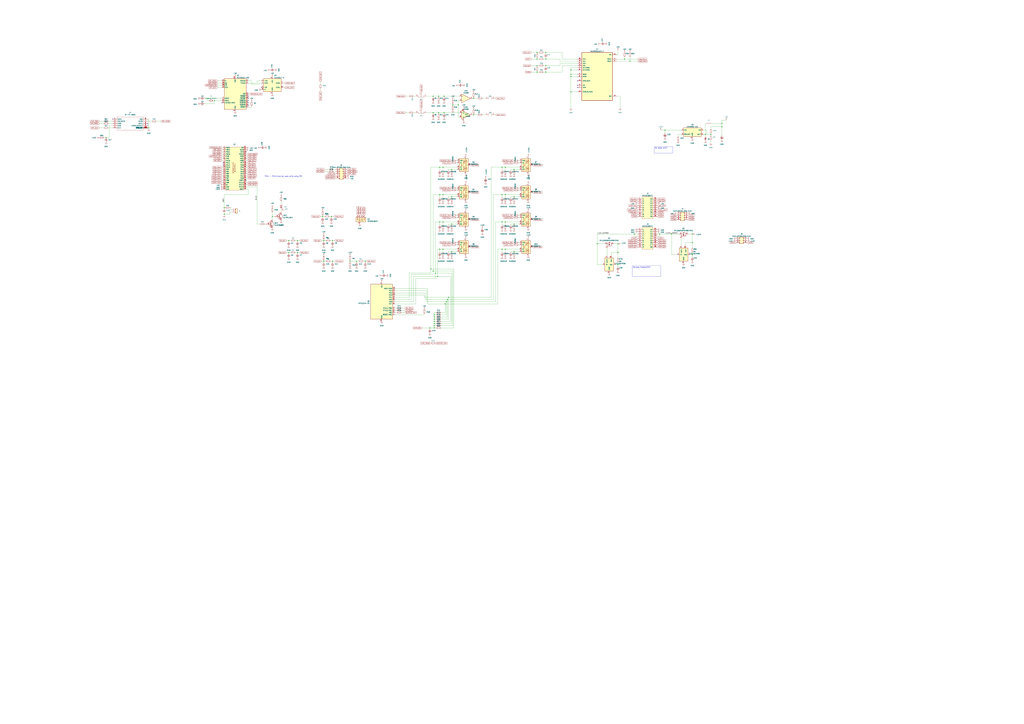
<source format=kicad_sch>
(kicad_sch (version 20230808) (generator eeschema)
  (paper "A0")
  (junction (at 623.57 68.58))
  (junction (at 375.92 303.53))
  (junction (at 504.19 375.92))
  (junction (at 515.62 130.81))
  (junction (at 260.35 241.3))
  (junction (at 505.46 317.5))
  (junction (at 731.52 71.12))
  (junction (at 524.51 292.1))
  (junction (at 717.55 283.21))
  (junction (at 260.35 248.92))
  (junction (at 725.17 68.58))
  (junction (at 772.16 151.13))
  (junction (at 765.81 271.78))
  (junction (at 514.35 194.31))
  (junction (at 662.94 88.9))
  (junction (at 586.74 289.56))
  (junction (at 779.78 271.78))
  (junction (at 510.54 257.81))
  (junction (at 509.27 130.81))
  (junction (at 424.18 303.53))
  (junction (at 623.57 76.2))
  (junction (at 803.91 271.78))
  (junction (at 241.3 114.3))
  (junction (at 524.51 228.6))
  (junction (at 596.9 292.1))
  (junction (at 586.74 226.06))
  (junction (at 838.2 147.32))
  (junction (at 582.93 194.31))
  (junction (at 509.27 111.76))
  (junction (at 375.92 279.4))
  (junction (at 586.74 257.81))
  (junction (at 516.89 353.06))
  (junction (at 502.92 111.76))
  (junction (at 335.28 279.4))
  (junction (at 803.91 281.94))
  (junction (at 406.4 303.53))
  (junction (at 500.38 312.42))
  (junction (at 514.35 289.56))
  (junction (at 582.93 289.56))
  (junction (at 825.5 156.21))
  (junction (at 623.57 60.96))
  (junction (at 736.6 271.78))
  (junction (at 248.92 116.84))
  (junction (at 510.54 226.06))
  (junction (at 386.08 279.4))
  (junction (at 633.73 68.58))
  (junction (at 345.44 279.4))
  (junction (at 502.92 314.96))
  (junction (at 504.19 368.3))
  (junction (at 504.19 381))
  (junction (at 582.93 226.06))
  (junction (at 633.73 60.96))
  (junction (at 717.55 293.37))
  (junction (at 374.65 251.46))
  (junction (at 384.81 251.46))
  (junction (at 514.35 226.06))
  (junction (at 386.08 303.53))
  (junction (at 596.9 228.6))
  (junction (at 504.19 378.46))
  (junction (at 662.94 106.68))
  (junction (at 623.57 83.82))
  (junction (at 504.19 370.84))
  (junction (at 172.72 148.59))
  (junction (at 662.94 81.28))
  (junction (at 524.51 196.85))
  (junction (at 662.94 86.36))
  (junction (at 515.62 111.76))
  (junction (at 596.9 260.35))
  (junction (at 838.2 143.51))
  (junction (at 504.19 373.38))
  (junction (at 596.9 196.85))
  (junction (at 633.73 83.82))
  (junction (at 532.13 121.92))
  (junction (at 549.91 133.35))
  (junction (at 582.93 257.81))
  (junction (at 519.43 347.98))
  (junction (at 510.54 194.31))
  (junction (at 633.73 76.2))
  (junction (at 502.92 130.81))
  (junction (at 499.11 381))
  (junction (at 693.42 283.21))
  (junction (at 508 321.31))
  (junction (at 514.35 257.81))
  (junction (at 414.02 303.53))
  (junction (at 524.51 260.35))
  (junction (at 510.54 289.56))
  (junction (at 803.91 295.91))
  (junction (at 123.19 160.02))
  (junction (at 586.74 194.31))
  (junction (at 549.91 114.3))
  (junction (at 504.19 365.76))
  (junction (at 316.23 251.46))
  (junction (at 345.44 293.37))
  (junction (at 717.55 307.34))
  (junction (at 819.15 156.21))
  (junction (at 335.28 293.37))
  (junction (at 520.7 345.44))
  (junction (at 525.78 121.92))
  (junction (at 518.16 350.52))
  (no_connect (at 670.56 101.6))
  (no_connect (at 670.56 99.06))
  (no_connect (at 670.56 93.98))
  (no_connect (at 259.08 191.77))
  (no_connect (at 259.08 189.23))
  (no_connect (at 285.75 209.55))
  (no_connect (at 171.45 146.05))
  (no_connect (at 257.81 119.38))
  (no_connect (at 288.29 114.3))
  (no_connect (at 288.29 116.84))
  (no_connect (at 288.29 119.38))
  (no_connect (at 288.29 121.92))
  (no_connect (at 288.29 111.76))
  (no_connect (at 303.53 101.6))
  (no_connect (at 285.75 176.53))
  (no_connect (at 171.45 143.51))
  (no_connect (at 130.81 138.43))
  (wire (pts (xy 582.93 226.06) (xy 586.74 226.06)))
  (wire (pts (xy 819.15 143.51) (xy 820.42 143.51)))
  (wire (pts (xy 582.93 198.12) (xy 582.93 194.31)))
  (wire (pts (xy 652.78 83.82) (xy 652.78 76.2)))
  (wire (pts (xy 520.7 370.84) (xy 520.7 345.44)))
  (wire (pts (xy 803.91 271.78) (xy 798.83 271.78)))
  (wire (pts (xy 458.47 347.98) (xy 477.52 347.98)))
  (wire (pts (xy 504.19 373.38) (xy 506.73 373.38)))
  (wire (pts (xy 471.17 111.76) (xy 474.98 111.76)))
  (wire (pts (xy 582.93 293.37) (xy 582.93 289.56)))
  (wire (pts (xy 375.92 302.26) (xy 375.92 303.53)))
  (wire (pts (xy 623.57 68.58) (xy 626.11 68.58)))
  (wire (pts (xy 601.98 189.23) (xy 603.25 189.23)))
  (wire (pts (xy 596.9 196.85) (xy 593.09 196.85)))
  (wire (pts (xy 374.65 251.46) (xy 374.65 252.73)))
  (wire (pts (xy 252.73 96.52) (xy 257.81 96.52)))
  (wire (pts (xy 252.73 101.6) (xy 257.81 101.6)))
  (wire (pts (xy 516.89 363.22) (xy 516.89 353.06)))
  (wire (pts (xy 515.62 130.81) (xy 509.27 130.81)))
  (wire (pts (xy 524.51 292.1) (xy 520.7 292.1)))
  (wire (pts (xy 525.78 120.65) (xy 525.78 121.92)))
  (wire (pts (xy 601.98 250.19) (xy 603.25 250.19)))
  (wire (pts (xy 260.35 241.3) (xy 260.35 226.06)))
  (wire (pts (xy 120.65 143.51) (xy 115.57 143.51)))
  (wire (pts (xy 502.92 318.77) (xy 502.92 314.96)))
  (wire (pts (xy 532.13 135.89) (xy 533.4 135.89)))
  (wire (pts (xy 372.11 105.41) (xy 372.11 102.87)))
  (wire (pts (xy 670.56 88.9) (xy 662.94 88.9)))
  (wire (pts (xy 717.55 304.8) (xy 717.55 307.34)))
  (wire (pts (xy 623.57 60.96) (xy 623.57 62.23)))
  (wire (pts (xy 260.35 242.57) (xy 260.35 241.3)))
  (wire (pts (xy 510.54 289.56) (xy 514.35 289.56)))
  (wire (pts (xy 469.9 360.68) (xy 466.09 360.68)))
  (wire (pts (xy 302.26 260.35) (xy 298.45 260.35)))
  (wire (pts (xy 819.15 156.21) (xy 816.61 156.21)))
  (wire (pts (xy 257.81 176.53) (xy 259.08 176.53)))
  (wire (pts (xy 335.28 293.37) (xy 335.28 294.64)))
  (wire (pts (xy 383.54 303.53) (xy 386.08 303.53)))
  (wire (pts (xy 838.2 157.48) (xy 838.2 147.32)))
  (wire (pts (xy 670.56 106.68) (xy 662.94 106.68)))
  (wire (pts (xy 241.3 116.84) (xy 241.3 114.3)))
  (wire (pts (xy 373.38 279.4) (xy 375.92 279.4)))
  (wire (pts (xy 257.81 209.55) (xy 259.08 209.55)))
  (wire (pts (xy 461.01 360.68) (xy 458.47 360.68)))
  (wire (pts (xy 533.4 116.84) (xy 532.13 116.84)))
  (wire (pts (xy 717.55 293.37) (xy 717.55 299.72)))
  (wire (pts (xy 257.81 212.09) (xy 259.08 212.09)))
  (wire (pts (xy 504.19 381) (xy 506.73 381)))
  (wire (pts (xy 529.59 284.48) (xy 530.86 284.48)))
  (wire (pts (xy 492.76 342.9) (xy 492.76 345.44)))
  (wire (pts (xy 670.56 78.74) (xy 662.94 78.74)))
  (wire (pts (xy 480.06 321.31) (xy 508 321.31)))
  (wire (pts (xy 586.74 226.06) (xy 586.74 229.87)))
  (wire (pts (xy 717.55 58.42) (xy 717.55 63.5)))
  (wire (pts (xy 582.93 257.81) (xy 586.74 257.81)))
  (wire (pts (xy 652.78 76.2) (xy 670.56 76.2)))
  (wire (pts (xy 287.02 207.01) (xy 285.75 207.01)))
  (wire (pts (xy 736.6 274.32) (xy 736.6 271.78)))
  (wire (pts (xy 791.21 156.21) (xy 787.4 156.21)))
  (wire (pts (xy 257.81 179.07) (xy 259.08 179.07)))
  (wire (pts (xy 563.88 133.35) (xy 560.07 133.35)))
  (wire (pts (xy 287.02 181.61) (xy 285.75 181.61)))
  (wire (pts (xy 572.77 226.06) (xy 582.93 226.06)))
  (wire (pts (xy 316.23 251.46) (xy 318.77 251.46)))
  (wire (pts (xy 693.42 307.34) (xy 699.77 307.34)))
  (wire (pts (xy 377.19 199.39) (xy 382.27 199.39)))
  (wire (pts (xy 511.81 363.22) (xy 516.89 363.22)))
  (wire (pts (xy 458.47 365.76) (xy 492.76 365.76)))
  (wire (pts (xy 617.22 60.96) (xy 623.57 60.96)))
  (wire (pts (xy 247.65 116.84) (xy 248.92 116.84)))
  (wire (pts (xy 504.19 368.3) (xy 506.73 368.3)))
  (wire (pts (xy 596.9 228.6) (xy 593.09 228.6)))
  (wire (pts (xy 716.28 68.58) (xy 725.17 68.58)))
  (wire (pts (xy 496.57 335.28) (xy 496.57 353.06)))
  (wire (pts (xy 480.06 350.52) (xy 480.06 321.31)))
  (wire (pts (xy 499.11 382.27) (xy 499.11 381)))
  (wire (pts (xy 424.18 303.53) (xy 421.64 303.53)))
  (wire (pts (xy 288.29 93.98) (xy 292.1 93.98)))
  (wire (pts (xy 819.15 156.21) (xy 819.15 143.51)))
  (wire (pts (xy 386.08 279.4) (xy 386.08 280.67)))
  (wire (pts (xy 130.81 148.59) (xy 125.73 148.59)))
  (wire (pts (xy 458.47 345.44) (xy 474.98 345.44)))
  (wire (pts (xy 120.65 160.02) (xy 123.19 160.02)))
  (wire (pts (xy 248.92 116.84) (xy 257.81 116.84)))
  (wire (pts (xy 504.19 370.84) (xy 504.19 373.38)))
  (wire (pts (xy 386.08 279.4) (xy 388.62 279.4)))
  (wire (pts (xy 287.02 199.39) (xy 285.75 199.39)))
  (wire (pts (xy 292.1 124.46) (xy 288.29 124.46)))
  (wire (pts (xy 375.92 303.53) (xy 375.92 304.8)))
  (wire (pts (xy 631.19 68.58) (xy 633.73 68.58)))
  (wire (pts (xy 820.42 156.21) (xy 820.42 151.13)))
  (wire (pts (xy 662.94 86.36) (xy 670.56 86.36)))
  (wire (pts (xy 130.81 140.97) (xy 125.73 140.97)))
  (wire (pts (xy 260.35 241.3) (xy 261.62 241.3)))
  (wire (pts (xy 529.59 250.19) (xy 530.86 250.19)))
  (wire (pts (xy 130.81 146.05) (xy 127 146.05)))
  (wire (pts (xy 504.19 363.22) (xy 504.19 365.76)))
  (wire (pts (xy 510.54 229.87) (xy 510.54 226.06)))
  (wire (pts (xy 511.81 381) (xy 527.05 381)))
  (wire (pts (xy 383.54 279.4) (xy 386.08 279.4)))
  (wire (pts (xy 287.02 186.69) (xy 285.75 186.69)))
  (wire (pts (xy 172.72 148.59) (xy 172.72 138.43)))
  (wire (pts (xy 788.67 271.78) (xy 779.78 271.78)))
  (wire (pts (xy 603.25 228.6) (xy 596.9 228.6)))
  (wire (pts (xy 825.5 162.56) (xy 825.5 166.37)))
  (wire (pts (xy 242.57 116.84) (xy 241.3 116.84)))
  (wire (pts (xy 482.6 323.85) (xy 505.46 323.85)))
  (wire (pts (xy 825.5 156.21) (xy 820.42 156.21)))
  (wire (pts (xy 384.81 251.46) (xy 387.35 251.46)))
  (wire (pts (xy 292.1 123.19) (xy 292.1 124.46)))
  (wire (pts (xy 779.78 295.91) (xy 786.13 295.91)))
  (wire (pts (xy 662.94 81.28) (xy 662.94 86.36)))
  (wire (pts (xy 480.06 130.81) (xy 482.6 130.81)))
  (wire (pts (xy 477.52 318.77) (xy 502.92 318.77)))
  (wire (pts (xy 298.45 260.35) (xy 298.45 217.17)))
  (wire (pts (xy 504.19 378.46) (xy 506.73 378.46)))
  (wire (pts (xy 514.35 257.81) (xy 530.86 257.81)))
  (wire (pts (xy 593.09 292.1) (xy 593.09 293.37)))
  (wire (pts (xy 596.9 292.1) (xy 593.09 292.1)))
  (wire (pts (xy 516.89 353.06) (xy 577.85 353.06)))
  (wire (pts (xy 530.86 260.35) (xy 524.51 260.35)))
  (wire (pts (xy 257.81 184.15) (xy 259.08 184.15)))
  (wire (pts (xy 300.99 96.52) (xy 300.99 97.79)))
  (wire (pts (xy 532.13 121.92) (xy 532.13 135.89)))
  (wire (pts (xy 704.85 288.29) (xy 704.85 297.18)))
  (wire (pts (xy 593.09 196.85) (xy 593.09 198.12)))
  (wire (pts (xy 374.65 250.19) (xy 374.65 251.46)))
  (wire (pts (xy 716.28 71.12) (xy 731.52 71.12)))
  (wire (pts (xy 298.45 217.17) (xy 285.75 217.17)))
  (wire (pts (xy 260.35 248.92) (xy 266.7 248.92)))
  (wire (pts (xy 524.51 196.85) (xy 520.7 196.85)))
  (wire (pts (xy 524.51 196.85) (xy 524.51 198.12)))
  (wire (pts (xy 130.81 143.51) (xy 125.73 143.51)))
  (wire (pts (xy 509.27 130.81) (xy 502.92 130.81)))
  (wire (pts (xy 519.43 347.98) (xy 494.03 347.98)))
  (wire (pts (xy 593.09 260.35) (xy 593.09 261.62)))
  (wire (pts (xy 693.42 283.21) (xy 693.42 307.34)))
  (wire (pts (xy 515.62 130.81) (xy 515.62 132.08)))
  (wire (pts (xy 492.76 345.44) (xy 520.7 345.44)))
  (wire (pts (xy 386.08 303.53) (xy 386.08 304.8)))
  (wire (pts (xy 596.9 260.35) (xy 596.9 261.62)))
  (wire (pts (xy 307.34 260.35) (xy 308.61 260.35)))
  (wire (pts (xy 825.5 149.86) (xy 825.5 147.32)))
  (wire (pts (xy 342.9 279.4) (xy 345.44 279.4)))
  (wire (pts (xy 458.47 350.52) (xy 480.06 350.52)))
  (wire (pts (xy 511.81 370.84) (xy 520.7 370.84)))
  (wire (pts (xy 480.06 111.76) (xy 482.6 111.76)))
  (wire (pts (xy 717.55 63.5) (xy 716.28 63.5)))
  (wire (pts (xy 586.74 194.31) (xy 586.74 198.12)))
  (wire (pts (xy 633.73 76.2) (xy 631.19 76.2)))
  (wire (pts (xy 257.81 173.99) (xy 259.08 173.99)))
  (wire (pts (xy 525.78 314.96) (xy 502.92 314.96)))
  (wire (pts (xy 650.24 73.66) (xy 650.24 76.2)))
  (wire (pts (xy 596.9 228.6) (xy 596.9 229.87)))
  (wire (pts (xy 375.92 279.4) (xy 378.46 279.4)))
  (wire (pts (xy 260.35 226.06) (xy 288.29 226.06)))
  (wire (pts (xy 515.62 111.76) (xy 509.27 111.76)))
  (wire (pts (xy 633.73 68.58) (xy 650.24 68.58)))
  (wire (pts (xy 514.35 257.81) (xy 514.35 261.62)))
  (wire (pts (xy 289.56 109.22) (xy 288.29 109.22)))
  (wire (pts (xy 520.7 196.85) (xy 520.7 198.12)))
  (wire (pts (xy 596.9 292.1) (xy 596.9 293.37)))
  (wire (pts (xy 819.15 158.75) (xy 819.15 156.21)))
  (wire (pts (xy 172.72 138.43) (xy 171.45 138.43)))
  (wire (pts (xy 736.6 271.78) (xy 693.42 271.78)))
  (wire (pts (xy 572.77 347.98) (xy 519.43 347.98)))
  (wire (pts (xy 575.31 114.3) (xy 574.04 114.3)))
  (wire (pts (xy 709.93 297.18) (xy 709.93 293.37)))
  (wire (pts (xy 772.16 154.94) (xy 772.16 151.13)))
  (wire (pts (xy 529.59 281.94) (xy 530.86 281.94)))
  (wire (pts (xy 424.18 303.53) (xy 425.45 303.53)))
  (wire (pts (xy 617.22 83.82) (xy 623.57 83.82)))
  (wire (pts (xy 458.47 353.06) (xy 482.6 353.06)))
  (wire (pts (xy 494.03 347.98) (xy 494.03 340.36)))
  (wire (pts (xy 650.24 71.12) (xy 670.56 71.12)))
  (wire (pts (xy 127 146.05) (xy 127 160.02)))
  (wire (pts (xy 384.81 251.46) (xy 384.81 252.73)))
  (wire (pts (xy 633.73 83.82) (xy 652.78 83.82)))
  (wire (pts (xy 601.98 281.94) (xy 603.25 281.94)))
  (wire (pts (xy 623.57 67.31) (xy 623.57 68.58)))
  (wire (pts (xy 495.3 350.52) (xy 518.16 350.52)))
  (wire (pts (xy 335.28 279.4) (xy 337.82 279.4)))
  (wire (pts (xy 287.02 201.93) (xy 285.75 201.93)))
  (wire (pts (xy 529.59 220.98) (xy 530.86 220.98)))
  (wire (pts (xy 330.2 96.52) (xy 328.93 96.52)))
  (wire (pts (xy 633.73 60.96) (xy 631.19 60.96)))
  (wire (pts (xy 570.23 194.31) (xy 570.23 345.44)))
  (wire (pts (xy 505.46 257.81) (xy 505.46 317.5)))
  (wire (pts (xy 702.31 283.21) (xy 693.42 283.21)))
  (wire (pts (xy 375.92 278.13) (xy 375.92 279.4)))
  (wire (pts (xy 524.51 260.35) (xy 524.51 261.62)))
  (wire (pts (xy 458.47 335.28) (xy 496.57 335.28)))
  (wire (pts (xy 386.08 303.53) (xy 388.62 303.53)))
  (wire (pts (xy 838.2 143.51) (xy 838.2 139.7)))
  (wire (pts (xy 288.29 219.71) (xy 285.75 219.71)))
  (wire (pts (xy 765.81 271.78) (xy 763.27 271.78)))
  (wire (pts (xy 490.22 381) (xy 499.11 381)))
  (wire (pts (xy 469.9 363.22) (xy 466.09 363.22)))
  (wire (pts (xy 260.35 250.19) (xy 260.35 248.92)))
  (wire (pts (xy 257.81 181.61) (xy 259.08 181.61)))
  (wire (pts (xy 316.23 251.46) (xy 316.23 255.27)))
  (wire (pts (xy 575.31 133.35) (xy 574.04 133.35)))
  (wire (pts (xy 499.11 381) (xy 504.19 381)))
  (wire (pts (xy 171.45 140.97) (xy 176.53 140.97)))
  (wire (pts (xy 662.94 106.68) (xy 662.94 88.9)))
  (wire (pts (xy 838.2 139.7) (xy 843.28 139.7)))
  (wire (pts (xy 720.09 125.73) (xy 720.09 111.76)))
  (wire (pts (xy 237.49 114.3) (xy 241.3 114.3)))
  (wire (pts (xy 586.74 289.56) (xy 603.25 289.56)))
  (wire (pts (xy 582.93 289.56) (xy 586.74 289.56)))
  (wire (pts (xy 510.54 226.06) (xy 514.35 226.06)))
  (wire (pts (xy 623.57 76.2) (xy 623.57 77.47)))
  (wire (pts (xy 482.6 353.06) (xy 482.6 323.85)))
  (wire (pts (xy 803.91 293.37) (xy 803.91 295.91)))
  (wire (pts (xy 494.03 340.36) (xy 458.47 340.36)))
  (wire (pts (xy 740.41 274.32) (xy 736.6 274.32)))
  (wire (pts (xy 416.56 303.53) (xy 414.02 303.53)))
  (wire (pts (xy 582.93 194.31) (xy 586.74 194.31)))
  (wire (pts (xy 549.91 113.03) (xy 549.91 114.3)))
  (wire (pts (xy 514.35 194.31) (xy 514.35 198.12)))
  (wire (pts (xy 510.54 257.81) (xy 505.46 257.81)))
  (wire (pts (xy 529.59 218.44) (xy 530.86 218.44)))
  (wire (pts (xy 458.47 342.9) (xy 492.76 342.9)))
  (wire (pts (xy 120.65 148.59) (xy 115.57 148.59)))
  (wire (pts (xy 717.55 307.34) (xy 717.55 309.88)))
  (wire (pts (xy 257.81 201.93) (xy 259.08 201.93)))
  (wire (pts (xy 500.38 194.31) (xy 500.38 312.42)))
  (wire (pts (xy 508 289.56) (xy 510.54 289.56)))
  (wire (pts (xy 504.19 373.38) (xy 504.19 375.92)))
  (wire (pts (xy 266.7 241.3) (xy 267.97 241.3)))
  (wire (pts (xy 577.85 289.56) (xy 577.85 353.06)))
  (wire (pts (xy 424.18 304.8) (xy 424.18 303.53)))
  (wire (pts (xy 767.08 151.13) (xy 772.16 151.13)))
  (wire (pts (xy 603.25 196.85) (xy 596.9 196.85)))
  (wire (pts (xy 693.42 271.78) (xy 693.42 283.21)))
  (wire (pts (xy 510.54 293.37) (xy 510.54 289.56)))
  (wire (pts (xy 252.73 93.98) (xy 257.81 93.98)))
  (wire (pts (xy 504.19 375.92) (xy 506.73 375.92)))
  (wire (pts (xy 382.27 251.46) (xy 384.81 251.46)))
  (wire (pts (xy 533.4 130.81) (xy 515.62 130.81)))
  (wire (pts (xy 514.35 226.06) (xy 514.35 229.87)))
  (wire (pts (xy 772.16 151.13) (xy 791.21 151.13)))
  (wire (pts (xy 471.17 130.81) (xy 474.98 130.81)))
  (wire (pts (xy 524.51 228.6) (xy 520.7 228.6)))
  (wire (pts (xy 523.24 373.38) (xy 523.24 321.31)))
  (wire (pts (xy 298.45 93.98) (xy 303.53 93.98)))
  (wire (pts (xy 373.38 303.53) (xy 375.92 303.53)))
  (wire (pts (xy 326.39 243.84) (xy 326.39 246.38)))
  (wire (pts (xy 510.54 194.31) (xy 500.38 194.31)))
  (wire (pts (xy 586.74 257.81) (xy 586.74 261.62)))
  (wire (pts (xy 801.37 295.91) (xy 803.91 295.91)))
  (wire (pts (xy 172.72 149.86) (xy 172.72 148.59)))
  (wire (pts (xy 514.35 226.06) (xy 530.86 226.06)))
  (wire (pts (xy 492.76 364.49) (xy 492.76 365.76)))
  (wire (pts (xy 504.19 365.76) (xy 506.73 365.76)))
  (wire (pts (xy 474.98 345.44) (xy 474.98 317.5)))
  (wire (pts (xy 287.02 194.31) (xy 285.75 194.31)))
  (wire (pts (xy 330.2 101.6) (xy 328.93 101.6)))
  (wire (pts (xy 548.64 133.35) (xy 549.91 133.35)))
  (wire (pts (xy 332.74 279.4) (xy 335.28 279.4)))
  (wire (pts (xy 532.13 116.84) (xy 532.13 121.92)))
  (wire (pts (xy 720.09 111.76) (xy 716.28 111.76)))
  (wire (pts (xy 257.81 204.47) (xy 259.08 204.47)))
  (wire (pts (xy 406.4 303.53) (xy 406.4 304.8)))
  (wire (pts (xy 838.2 147.32) (xy 838.2 143.51)))
  (wire (pts (xy 257.81 207.01) (xy 259.08 207.01)))
  (wire (pts (xy 287.02 204.47) (xy 285.75 204.47)))
  (wire (pts (xy 511.81 365.76) (xy 518.16 365.76)))
  (wire (pts (xy 287.02 184.15) (xy 285.75 184.15)))
  (wire (pts (xy 715.01 307.34) (xy 717.55 307.34)))
  (wire (pts (xy 586.74 289.56) (xy 586.74 293.37)))
  (wire (pts (xy 593.09 228.6) (xy 593.09 229.87)))
  (wire (pts (xy 617.22 68.58) (xy 623.57 68.58)))
  (wire (pts (xy 820.42 151.13) (xy 816.61 151.13)))
  (wire (pts (xy 502.92 314.96) (xy 502.92 226.06)))
  (wire (pts (xy 414.02 303.53) (xy 414.02 304.8)))
  (wire (pts (xy 731.52 71.12) (xy 740.41 71.12)))
  (wire (pts (xy 652.78 68.58) (xy 652.78 60.96)))
  (wire (pts (xy 326.39 233.68) (xy 326.39 236.22)))
  (wire (pts (xy 335.28 293.37) (xy 337.82 293.37)))
  (wire (pts (xy 335.28 279.4) (xy 335.28 280.67)))
  (wire (pts (xy 241.3 114.3) (xy 257.81 114.3)))
  (wire (pts (xy 260.35 247.65) (xy 260.35 248.92)))
  (wire (pts (xy 601.98 284.48) (xy 603.25 284.48)))
  (wire (pts (xy 266.7 246.38) (xy 269.24 246.38)))
  (wire (pts (xy 257.81 171.45) (xy 259.08 171.45)))
  (wire (pts (xy 511.81 378.46) (xy 525.78 378.46)))
  (wire (pts (xy 345.44 279.4) (xy 347.98 279.4)))
  (wire (pts (xy 267.97 243.84) (xy 269.24 243.84)))
  (wire (pts (xy 529.59 252.73) (xy 530.86 252.73)))
  (wire (pts (xy 345.44 293.37) (xy 345.44 294.64)))
  (wire (pts (xy 345.44 279.4) (xy 345.44 280.67)))
  (wire (pts (xy 500.38 312.42) (xy 500.38 317.5)))
  (wire (pts (xy 505.46 317.5) (xy 505.46 323.85)))
  (wire (pts (xy 725.17 68.58) (xy 725.17 66.04)))
  (wire (pts (xy 508 321.31) (xy 508 289.56)))
  (wire (pts (xy 514.35 194.31) (xy 530.86 194.31)))
  (wire (pts (xy 601.98 220.98) (xy 603.25 220.98)))
  (wire (pts (xy 530.86 196.85) (xy 524.51 196.85)))
  (wire (pts (xy 549.91 133.35) (xy 554.99 133.35)))
  (wire (pts (xy 633.73 83.82) (xy 633.73 82.55)))
  (wire (pts (xy 779.78 271.78) (xy 779.78 295.91)))
  (wire (pts (xy 510.54 194.31) (xy 514.35 194.31)))
  (wire (pts (xy 502.92 226.06) (xy 510.54 226.06)))
  (wire (pts (xy 582.93 289.56) (xy 577.85 289.56)))
  (wire (pts (xy 502.92 130.81) (xy 502.92 132.08)))
  (wire (pts (xy 303.53 96.52) (xy 300.99 96.52)))
  (wire (pts (xy 825.5 147.32) (xy 838.2 147.32)))
  (wire (pts (xy 287.02 196.85) (xy 285.75 196.85)))
  (wire (pts (xy 120.65 140.97) (xy 115.57 140.97)))
  (wire (pts (xy 670.56 73.66) (xy 650.24 73.66)))
  (wire (pts (xy 372.11 95.25) (xy 372.11 97.79)))
  (wire (pts (xy 237.49 120.65) (xy 248.92 120.65)))
  (wire (pts (xy 623.57 60.96) (xy 626.11 60.96)))
  (wire (pts (xy 791.21 276.86) (xy 791.21 285.75)))
  (wire (pts (xy 524.51 317.5) (xy 505.46 317.5)))
  (wire (pts (xy 518.16 350.52) (xy 575.31 350.52)))
  (wire (pts (xy 731.52 71.12) (xy 731.52 66.04)))
  (wire (pts (xy 623.57 82.55) (xy 623.57 83.82)))
  (wire (pts (xy 524.51 292.1) (xy 524.51 293.37)))
  (wire (pts (xy 525.78 378.46) (xy 525.78 314.96)))
  (wire (pts (xy 533.4 111.76) (xy 515.62 111.76)))
  (wire (pts (xy 387.35 199.39) (xy 389.89 199.39)))
  (wire (pts (xy 520.7 260.35) (xy 520.7 261.62)))
  (wire (pts (xy 510.54 257.81) (xy 514.35 257.81)))
  (wire (pts (xy 288.29 226.06) (xy 288.29 219.71)))
  (wire (pts (xy 509.27 111.76) (xy 502.92 111.76)))
  (wire (pts (xy 292.1 97.79) (xy 292.1 93.98)))
  (wire (pts (xy 520.7 228.6) (xy 520.7 229.87)))
  (wire (pts (xy 504.19 365.76) (xy 504.19 368.3)))
  (wire (pts (xy 514.35 289.56) (xy 514.35 293.37)))
  (wire (pts (xy 266.7 248.92) (xy 266.7 246.38)))
  (wire (pts (xy 414.02 303.53) (xy 406.4 303.53)))
  (wire (pts (xy 316.23 246.38) (xy 316.23 251.46)))
  (wire (pts (xy 477.52 347.98) (xy 477.52 318.77)))
  (wire (pts (xy 377.19 196.85) (xy 382.27 196.85)))
  (wire (pts (xy 524.51 375.92) (xy 524.51 317.5)))
  (wire (pts (xy 527.05 381) (xy 527.05 312.42)))
  (wire (pts (xy 375.92 303.53) (xy 378.46 303.53)))
  (wire (pts (xy 461.01 358.14) (xy 458.47 358.14)))
  (wire (pts (xy 504.19 370.84) (xy 506.73 370.84)))
  (wire (pts (xy 601.98 186.69) (xy 603.25 186.69)))
  (wire (pts (xy 736.6 271.78) (xy 740.41 271.78)))
  (wire (pts (xy 633.73 60.96) (xy 633.73 62.23)))
  (wire (pts (xy 787.4 156.21) (xy 787.4 158.75)))
  (wire (pts (xy 510.54 198.12) (xy 510.54 194.31)))
  (wire (pts (xy 172.72 148.59) (xy 171.45 148.59)))
  (wire (pts (xy 601.98 218.44) (xy 603.25 218.44)))
  (wire (pts (xy 623.57 76.2) (xy 626.11 76.2)))
  (wire (pts (xy 603.25 292.1) (xy 596.9 292.1)))
  (wire (pts (xy 509.27 111.76) (xy 509.27 113.03)))
  (wire (pts (xy 650.24 68.58) (xy 650.24 71.12)))
  (wire (pts (xy 549.91 132.08) (xy 549.91 133.35)))
  (wire (pts (xy 345.44 293.37) (xy 347.98 293.37)))
  (wire (pts (xy 529.59 189.23) (xy 530.86 189.23)))
  (wire (pts (xy 796.29 285.75) (xy 796.29 281.94)))
  (wire (pts (xy 406.4 303.53) (xy 406.4 302.26)))
  (wire (pts (xy 603.25 260.35) (xy 596.9 260.35)))
  (wire (pts (xy 633.73 60.96) (xy 652.78 60.96)))
  (wire (pts (xy 650.24 76.2) (xy 633.73 76.2)))
  (wire (pts (xy 717.55 283.21) (xy 717.55 293.37)))
  (wire (pts (xy 796.29 281.94) (xy 803.91 281.94)))
  (wire (pts (xy 803.91 281.94) (xy 803.91 271.78)))
  (wire (pts (xy 582.93 229.87) (xy 582.93 226.06)))
  (wire (pts (xy 530.86 292.1) (xy 524.51 292.1)))
  (wire (pts (xy 511.81 375.92) (xy 524.51 375.92)))
  (wire (pts (xy 575.31 350.52) (xy 575.31 257.81)))
  (wire (pts (xy 257.81 199.39) (xy 259.08 199.39)))
  (wire (pts (xy 474.98 317.5) (xy 500.38 317.5)))
  (wire (pts (xy 586.74 226.06) (xy 603.25 226.06)))
  (wire (pts (xy 572.77 347.98) (xy 572.77 226.06)))
  (wire (pts (xy 504.19 375.92) (xy 504.19 378.46)))
  (wire (pts (xy 495.3 111.76) (xy 502.92 111.76)))
  (wire (pts (xy 530.86 228.6) (xy 524.51 228.6)))
  (wire (pts (xy 670.56 68.58) (xy 652.78 68.58)))
  (wire (pts (xy 662.94 78.74) (xy 662.94 81.28)))
  (wire (pts (xy 825.5 154.94) (xy 825.5 156.21)))
  (wire (pts (xy 504.19 378.46) (xy 504.19 381)))
  (wire (pts (xy 287.02 191.77) (xy 285.75 191.77)))
  (wire (pts (xy 763.27 274.32) (xy 765.81 274.32)))
  (wire (pts (xy 717.55 283.21) (xy 712.47 283.21)))
  (wire (pts (xy 458.47 337.82) (xy 495.3 337.82)))
  (wire (pts (xy 524.51 228.6) (xy 524.51 229.87)))
  (wire (pts (xy 511.81 368.3) (xy 519.43 368.3)))
  (wire (pts (xy 288.29 96.52) (xy 298.45 96.52)))
  (wire (pts (xy 506.73 363.22) (xy 504.19 363.22)))
  (wire (pts (xy 181.61 140.97) (xy 186.69 140.97)))
  (wire (pts (xy 372.11 251.46) (xy 374.65 251.46)))
  (wire (pts (xy 252.73 99.06) (xy 257.81 99.06)))
  (wire (pts (xy 709.93 293.37) (xy 717.55 293.37)))
  (wire (pts (xy 257.81 186.69) (xy 259.08 186.69)))
  (wire (pts (xy 548.64 114.3) (xy 549.91 114.3)))
  (wire (pts (xy 374.65 251.46) (xy 377.19 251.46)))
  (wire (pts (xy 375.92 279.4) (xy 375.92 280.67)))
  (wire (pts (xy 332.74 293.37) (xy 335.28 293.37)))
  (wire (pts (xy 520.7 292.1) (xy 520.7 293.37)))
  (wire (pts (xy 495.3 337.82) (xy 495.3 350.52)))
  (wire (pts (xy 300.99 97.79) (xy 292.1 97.79)))
  (wire (pts (xy 825.5 143.51) (xy 838.2 143.51)))
  (wire (pts (xy 563.88 114.3) (xy 560.07 114.3)))
  (wire (pts (xy 803.91 281.94) (xy 803.91 288.29)))
  (wire (pts (xy 267.97 241.3) (xy 267.97 243.84)))
  (wire (pts (xy 631.19 83.82) (xy 633.73 83.82)))
  (wire (pts (xy 257.81 196.85) (xy 259.08 196.85)))
  (wire (pts (xy 387.35 196.85) (xy 389.89 196.85)))
  (wire (pts (xy 525.78 121.92) (xy 525.78 123.19)))
  (wire (pts (xy 298.45 96.52) (xy 298.45 93.98)))
  (wire (pts (xy 633.73 68.58) (xy 633.73 67.31)))
  (wire (pts (xy 586.74 257.81) (xy 603.25 257.81)))
  (wire (pts (xy 510.54 261.62) (xy 510.54 257.81)))
  (wire (pts (xy 527.05 312.42) (xy 500.38 312.42)))
  (wire (pts (xy 495.3 130.81) (xy 502.92 130.81)))
  (wire (pts (xy 518.16 365.76) (xy 518.16 350.52)))
  (wire (pts (xy 765.81 271.78) (xy 779.78 271.78)))
  (wire (pts (xy 525.78 121.92) (xy 532.13 121.92)))
  (wire (pts (xy 519.43 368.3) (xy 519.43 347.98)))
  (wire (pts (xy 257.81 194.31) (xy 259.08 194.31)))
  (wire (pts (xy 520.7 345.44) (xy 570.23 345.44)))
  (wire (pts (xy 662.94 81.28) (xy 670.56 81.28)))
  (wire (pts (xy 633.73 76.2) (xy 633.73 77.47)))
  (wire (pts (xy 287.02 179.07) (xy 285.75 179.07)))
  (wire (pts (xy 662.94 125.73) (xy 662.94 106.68)))
  (wire (pts (xy 496.57 353.06) (xy 516.89 353.06)))
  (wire (pts (xy 725.17 68.58) (xy 740.41 68.58)))
  (wire (pts (xy 523.24 321.31) (xy 508 321.31)))
  (wire (pts (xy 803.91 295.91) (xy 803.91 298.45)))
  (wire (pts (xy 582.93 194.31) (xy 570.23 194.31)))
  (wire (pts (xy 461.01 363.22) (xy 458.47 363.22)))
  (wire (pts (xy 623.57 83.82) (xy 626.11 83.82)))
  (wire (pts (xy 287.02 189.23) (xy 285.75 189.23)))
  (wire (pts (xy 617.22 76.2) (xy 623.57 76.2)))
  (wire (pts (xy 825.5 156.21) (xy 825.5 157.48)))
  (wire (pts (xy 509.27 130.81) (xy 509.27 132.08)))
  (wire (pts (xy 575.31 257.81) (xy 582.93 257.81)))
  (wire (pts (xy 514.35 289.56) (xy 530.86 289.56)))
  (wire (pts (xy 524.51 260.35) (xy 520.7 260.35)))
  (wire (pts (xy 515.62 111.76) (xy 515.62 113.03)))
  (wire (pts (xy 287.02 212.09) (xy 285.75 212.09)))
  (wire (pts (xy 582.93 261.62) (xy 582.93 257.81)))
  (wire (pts (xy 596.9 196.85) (xy 596.9 198.12)))
  (wire (pts (xy 662.94 88.9) (xy 662.94 86.36)))
  (wire (pts (xy 601.98 252.73) (xy 603.25 252.73)))
  (wire (pts (xy 511.81 373.38) (xy 523.24 373.38)))
  (wire (pts (xy 127 160.02) (xy 123.19 160.02)))
  (wire (pts (xy 549.91 114.3) (xy 554.99 114.3)))
  (wire (pts (xy 469.9 358.14) (xy 466.09 358.14)))
  (wire (pts (xy 502.92 111.76) (xy 502.92 113.03)))
  (wire (pts (xy 765.81 274.32) (xy 765.81 271.78)))
  (wire (pts (xy 342.9 293.37) (xy 345.44 293.37)))
  (wire (pts (xy 248.92 120.65) (xy 248.92 116.84)))
  (wire (pts (xy 504.19 368.3) (xy 504.19 370.84)))
  (wire (pts (xy 287.02 214.63) (xy 285.75 214.63)))
  (wire (pts (xy 596.9 260.35) (xy 593.09 260.35)))
  (wire (pts (xy 529.59 186.69) (xy 530.86 186.69)))
  (wire (pts (xy 586.74 194.31) (xy 603.25 194.31)))
  (text_box "Reverse Polarity????" (at 734.06 308.61 0) (size 33.02 12.7) (effects (font (size 1.27 1.27)) (justify left top)))
  (text_box "No delay on??" (at 759.46 170.18 0) (size 21.59 7.62) (effects (font (size 1.27 1.27)) (justify left top)))
  (text "PC14 - PC15 Cant be used while using RTC" (at 307.34 205.74 0) (effects (font (size 1.27 1.27)) (justify left bottom)))
  (label "VBAT" (at 260.35 234.95 90))
  (label "#LED" (at 298.45 232.41 90))
  (label "+12VA_UNPROT" (at 772.16 271.78 0))
  (label "+12V_UNPROT" (at 693.42 271.78 0))
  (global_label "o2_mcu" (shape input) (at 287.02 189.23 0) (property "Intersheetrefs" "${INTERSHEET_REFS}" (effects hide)))
  (global_label "coil3_mcu" (shape input) (at 257.81 209.55 180) (property "Intersheetrefs" "${INTERSHEET_REFS}" (effects hide)))
  (global_label "EXP5" (shape input) (at 798.83 252.73 0) (property "Intersheetrefs" "${INTERSHEET_REFS}" (effects hide)))
  (global_label "cam_out" (shape input) (at 740.41 238.76 180) (property "Intersheetrefs" "${INTERSHEET_REFS}" (effects hide)))
  (global_label "EXP5" (shape input) (at 763.27 251.46 0) (property "Intersheetrefs" "${INTERSHEET_REFS}" (effects hide)))
  (global_label "TX_MCU" (shape input) (at 257.81 184.15 180) (property "Intersheetrefs" "${INTERSHEET_REFS}" (effects hide)))
  (global_label "iat_mcu" (shape input) (at 417.83 250.19 90) (property "Intersheetrefs" "${INTERSHEET_REFS}" (effects hide)))
  (global_label "SPI_MOSI" (shape input) (at 257.81 179.07 180) (property "Intersheetrefs" "${INTERSHEET_REFS}" (effects hide)))
  (global_label "EXP6" (shape input) (at 740.41 251.46 180) (property "Intersheetrefs" "${INTERSHEET_REFS}" (effects hide)))
  (global_label "coil4_out" (shape input) (at 618.49 287.02 0) (property "Intersheetrefs" "${INTERSHEET_REFS}" (effects hide)))
  (global_label "EXP_PC15" (shape input) (at 287.02 212.09 0) (property "Intersheetrefs" "${INTERSHEET_REFS}" (effects hide)))
  (global_label "coil1_mcu" (shape input) (at 257.81 204.47 180) (property "Intersheetrefs" "${INTERSHEET_REFS}" (effects hide)))
  (global_label "MCP2515_CS" (shape input) (at 257.81 171.45 180) (property "Intersheetrefs" "${INTERSHEET_REFS}" (effects hide)))
  (global_label "CANH_OUT" (shape input) (at 740.41 243.84 180) (property "Intersheetrefs" "${INTERSHEET_REFS}" (effects hide)))
  (global_label "cas_mcu" (shape input) (at 740.41 68.58 0) (property "Intersheetrefs" "${INTERSHEET_REFS}" (effects hide)))
  (global_label "inj1_out" (shape input) (at 546.1 191.77 0) (property "Intersheetrefs" "${INTERSHEET_REFS}" (effects hide)))
  (global_label "EXP1" (shape input) (at 763.27 276.86 0) (property "Intersheetrefs" "${INTERSHEET_REFS}" (effects hide)))
  (global_label "coil1_out" (shape input) (at 740.41 279.4 180) (property "Intersheetrefs" "${INTERSHEET_REFS}" (effects hide)))
  (global_label "EXP_TR" (shape input) (at 287.02 207.01 0) (property "Intersheetrefs" "${INTERSHEET_REFS}" (effects hide)))
  (global_label "o2_mcu" (shape input) (at 347.98 279.4 0) (property "Intersheetrefs" "${INTERSHEET_REFS}" (effects hide)))
  (global_label "inj2_out" (shape input) (at 546.1 223.52 0) (property "Intersheetrefs" "${INTERSHEET_REFS}" (effects hide)))
  (global_label "coil4_mcu" (shape input) (at 596.9 284.48 180) (property "Intersheetrefs" "${INTERSHEET_REFS}" (effects hide)))
  (global_label "EXP_PB2" (shape input) (at 115.57 140.97 180) (property "Intersheetrefs" "${INTERSHEET_REFS}" (effects hide)))
  (global_label "EXP7" (shape input) (at 786.13 252.73 180) (property "Intersheetrefs" "${INTERSHEET_REFS}" (effects hide)))
  (global_label "map_out" (shape input) (at 740.41 246.38 180) (property "Intersheetrefs" "${INTERSHEET_REFS}" (effects hide)))
  (global_label "iat_out" (shape input) (at 373.38 279.4 180) (property "Intersheetrefs" "${INTERSHEET_REFS}" (effects hide)))
  (global_label "cas_out" (shape input) (at 488.95 107.95 90) (property "Intersheetrefs" "${INTERSHEET_REFS}" (effects hide)))
  (global_label "EXP_PB10" (shape input) (at 287.02 179.07 0) (property "Intersheetrefs" "${INTERSHEET_REFS}" (effects hide)))
  (global_label "MCP2515_INT" (shape input) (at 257.81 181.61 180) (property "Intersheetrefs" "${INTERSHEET_REFS}" (effects hide)))
  (global_label "OUTPUT_INH" (shape input) (at 596.9 250.19 180) (property "Intersheetrefs" "${INTERSHEET_REFS}" (effects hide)))
  (global_label "o2_mcu" (shape input) (at 422.91 250.19 90) (property "Intersheetrefs" "${INTERSHEET_REFS}" (effects hide)))
  (global_label "EXP4" (shape input) (at 763.27 248.92 0) (property "Intersheetrefs" "${INTERSHEET_REFS}" (effects hide)))
  (global_label "TX_MCU" (shape input) (at 377.19 196.85 180) (property "Intersheetrefs" "${INTERSHEET_REFS}" (effects hide)))
  (global_label "OUTPUT_INH" (shape input) (at 596.9 186.69 180) (property "Intersheetrefs" "${INTERSHEET_REFS}" (effects hide)))
  (global_label "inj2_mcu" (shape input) (at 257.81 199.39 180) (property "Intersheetrefs" "${INTERSHEET_REFS}" (effects hide)))
  (global_label "clt_out" (shape input) (at 373.38 303.53 180) (property "Intersheetrefs" "${INTERSHEET_REFS}" (effects hide)))
  (global_label "EXP_TR" (shape input) (at 389.89 201.93 180) (property "Intersheetrefs" "${INTERSHEET_REFS}" (effects hide)))
  (global_label "SPI_MISO" (shape input) (at 252.73 96.52 180) (property "Intersheetrefs" "${INTERSHEET_REFS}" (effects hide)))
  (global_label "cas_mcu" (shape input) (at 471.17 111.76 180) (property "Intersheetrefs" "${INTERSHEET_REFS}" (effects hide)))
  (global_label "cas_mcu" (shape input) (at 575.31 114.3 0) (property "Intersheetrefs" "${INTERSHEET_REFS}" (effects hide)))
  (global_label "inj4_mcu" (shape input) (at 257.81 194.31 180) (property "Intersheetrefs" "${INTERSHEET_REFS}" (effects hide)))
  (global_label "inj1_mcu" (shape input) (at 524.51 189.23 180) (property "Intersheetrefs" "${INTERSHEET_REFS}" (effects hide)))
  (global_label "cas_out" (shape input) (at 617.22 76.2 180) (property "Intersheetrefs" "${INTERSHEET_REFS}" (effects hide)))
  (global_label "CANH_OUT" (shape input) (at 372.11 95.25 90) (property "Intersheetrefs" "${INTERSHEET_REFS}" (effects hide)))
  (global_label "CANH_OUT" (shape input) (at 330.2 96.52 0) (property "Intersheetrefs" "${INTERSHEET_REFS}" (effects hide)))
  (global_label "coil1_out" (shape input) (at 618.49 191.77 0) (property "Intersheetrefs" "${INTERSHEET_REFS}" (effects hide)))
  (global_label "coil2_out" (shape input) (at 618.49 223.52 0) (property "Intersheetrefs" "${INTERSHEET_REFS}" (effects hide)))
  (global_label "cam_out" (shape input) (at 488.95 127 90) (property "Intersheetrefs" "${INTERSHEET_REFS}" (effects hide)))
  (global_label "cas_mcu" (shape input) (at 287.02 201.93 0) (property "Intersheetrefs" "${INTERSHEET_REFS}" (effects hide)))
  (global_label "SPI_SCK" (shape input) (at 252.73 101.6 180) (property "Intersheetrefs" "${INTERSHEET_REFS}" (effects hide)))
  (global_label "EXP_PB2" (shape input) (at 287.02 181.61 0) (property "Intersheetrefs" "${INTERSHEET_REFS}" (effects hide)))
  (global_label "o2_out" (shape input) (at 740.41 233.68 180) (property "Intersheetrefs" "${INTERSHEET_REFS}" (effects hide)))
  (global_label "EXP8" (shape input) (at 786.13 250.19 180) (property "Intersheetrefs" "${INTERSHEET_REFS}" (effects hide)))
  (global_label "CANL_OUT" (shape input) (at 372.11 105.41 270) (property "Intersheetrefs" "${INTERSHEET_REFS}" (effects hide)))
  (global_label "iat_mcu" (shape input) (at 388.62 279.4 0) (property "Intersheetrefs" "${INTERSHEET_REFS}" (effects hide)))
  (global_label "SPI_MOSI" (shape input) (at 115.57 143.51 180) (property "Intersheetrefs" "${INTERSHEET_REFS}" (effects hide)))
  (global_label "EXP3" (shape input) (at 798.83 255.27 0) (property "Intersheetrefs" "${INTERSHEET_REFS}" (effects hide)))
  (global_label "EXP4" (shape input) (at 798.83 250.19 0) (property "Intersheetrefs" "${INTERSHEET_REFS}" (effects hide)))
  (global_label "EXP2" (shape input) (at 740.41 276.86 180) (property "Intersheetrefs" "${INTERSHEET_REFS}" (effects hide)))
  (global_label "coil3_out" (shape input) (at 618.49 255.27 0) (property "Intersheetrefs" "${INTERSHEET_REFS}" (effects hide)))
  (global_label "clt_mcu" (shape input) (at 388.62 303.53 0) (property "Intersheetrefs" "${INTERSHEET_REFS}" (effects hide)))
  (global_label "OUTPUT_INH" (shape input) (at 524.51 250.19 180) (property "Intersheetrefs" "${INTERSHEET_REFS}" (effects hide)))
  (global_label "clt_mcu" (shape input) (at 287.02 191.77 0) (property "Intersheetrefs" "${INTERSHEET_REFS}" (effects hide)))
  (global_label "map_mcu" (shape input) (at 387.35 251.46 0) (property "Intersheetrefs" "${INTERSHEET_REFS}" (effects hide)))
  (global_label "inj2_mcu" (shape input) (at 524.51 220.98 180) (property "Intersheetrefs" "${INTERSHEET_REFS}" (effects hide)))
  (global_label "EXP7" (shape input) (at 740.41 248.92 180) (property "Intersheetrefs" "${INTERSHEET_REFS}" (effects hide)))
  (global_label "inj3_out" (shape input) (at 546.1 255.27 0) (property "Intersheetrefs" "${INTERSHEET_REFS}" (effects hide)))
  (global_label "inj1_mcu" (shape input) (at 257.81 201.93 180) (property "Intersheetrefs" "${INTERSHEET_REFS}" (effects hide)))
  (global_label "OUTPUT_INH" (shape input) (at 524.51 281.94 180) (property "Intersheetrefs" "${INTERSHEET_REFS}" (effects hide)))
  (global_label "tps_out" (shape input) (at 763.27 233.68 0) (property "Intersheetrefs" "${INTERSHEET_REFS}" (effects hide)))
  (global_label "SPI_MISO" (shape input) (at 186.69 140.97 0) (property "Intersheetrefs" "${INTERSHEET_REFS}" (effects hide)))
  (global_label "EXP_ADC" (shape input) (at 402.59 201.93 0) (property "Intersheetrefs" "${INTERSHEET_REFS}" (effects hide)))
  (global_label "bat_mcu" (shape input) (at 287.02 186.69 0) (property "Intersheetrefs" "${INTERSHEET_REFS}" (effects hide)))
  (global_label "inj3_mcu" (shape input) (at 524.51 252.73 180) (property "Intersheetrefs" "${INTERSHEET_REFS}" (effects hide)))
  (global_label "OUTPUT_INH" (shape input) (at 596.9 281.94 180) (property "Intersheetrefs" "${INTERSHEET_REFS}" (effects hide)))
  (global_label "SPI_SCK" (shape input) (at 115.57 148.59 180) (property "Intersheetrefs" "${INTERSHEET_REFS}" (effects hide)))
  (global_label "coil3_mcu" (shape input) (at 596.9 252.73 180) (property "Intersheetrefs" "${INTERSHEET_REFS}" (effects hide)))
  (global_label "coil2_mcu" (shape input) (at 257.81 207.01 180) (property "Intersheetrefs" "${INTERSHEET_REFS}" (effects hide)))
  (global_label "inj3_out" (shape input) (at 763.27 284.48 0) (property "Intersheetrefs" "${INTERSHEET_REFS}" (effects hide)))
  (global_label "inj1_out" (shape input) (at 763.27 279.4 0) (property "Intersheetrefs" "${INTERSHEET_REFS}" (effects hide)))
  (global_label "cas_out" (shape input) (at 763.27 238.76 0) (property "Intersheetrefs" "${INTERSHEET_REFS}" (effects hide)))
  (global_label "EXP2" (shape input) (at 854.71 281.94 180) (property "Intersheetrefs" "${INTERSHEET_REFS}" (effects hide)))
  (global_label "EXP_PB2" (shape input) (at 402.59 196.85 0) (property "Intersheetrefs" "${INTERSHEET_REFS}" (effects hide)))
  (global_label "clt_out" (shape input) (at 763.27 231.14 0) (property "Intersheetrefs" "${INTERSHEET_REFS}" (effects hide)))
  (global_label "CANL_OUT" (shape input) (at 330.2 101.6 0) (property "Intersheetrefs" "${INTERSHEET_REFS}" (effects hide)))
  (global_label "OUTPUT_INH" (shape input) (at 524.51 218.44 180) (property "Intersheetrefs" "${INTERSHEET_REFS}" (effects hide)))
  (global_label "cam_mcu" (shape input) (at 471.17 130.81 180) (property "Intersheetrefs" "${INTERSHEET_REFS}" (effects hide)))
  (global_label "inj4_mcu" (shape input) (at 524.51 284.48 180) (property "Intersheetrefs" "${INTERSHEET_REFS}" (effects hide)))
  (global_label "OUTPUT_INH" (shape input) (at 505.46 398.78 0) (property "Intersheetrefs" "${INTERSHEET_REFS}" (effects hide)))
  (global_label "EXP_PB10" (shape input) (at 500.38 398.78 180) (property "Intersheetrefs" "${INTERSHEET_REFS}" (effects hide)))
  (global_label "cam_mcu" (shape input) (at 575.31 133.35 0) (property "Intersheetrefs" "${INTERSHEET_REFS}" (effects hide)))
  (global_label "iat_out" (shape input) (at 740.41 231.14 180) (property "Intersheetrefs" "${INTERSHEET_REFS}" (effects hide)))
  (global_label "EXP_PC15" (shape input) (at 389.89 204.47 180) (property "Intersheetrefs" "${INTERSHEET_REFS}" (effects hide)))
  (global_label "EXP_PC14" (shape input) (at 389.89 207.01 180) (property "Intersheetrefs" "${INTERSHEET_REFS}" (effects hide)))
  (global_label "EXP3" (shape input) (at 763.27 246.38 0) (property "Intersheetrefs" "${INTERSHEET_REFS}" (effects hide)))
  (global_label "map_mcu" (shape input) (at 287.02 196.85 0) (property "Intersheetrefs" "${INTERSHEET_REFS}" (effects hide)))
  (global_label "iat_mcu" (shape input) (at 287.02 194.31 0) (property "Intersheetrefs" "${INTERSHEET_REFS}" (effects hide)))
  (global_label "o2_out" (shape input) (at 332.74 279.4 180) (property "Intersheetrefs" "${INTERSHEET_REFS}" (effects hide)))
  (global_label "tps_mcu" (shape input) (at 415.29 250.19 90) (property "Intersheetrefs" "${INTERSHEET_REFS}" (effects hide)))
  (global_label "OUTPUT_INH" (shape input) (at 469.9 363.22 0) (property "Intersheetrefs" "${INTERSHEET_REFS}" (effects hide)))
  (global_label "TX_MCU" (shape input) (at 469.9 360.68 0) (property "Intersheetrefs" "${INTERSHEET_REFS}" (effects hide)))
  (global_label "coil4_out" (shape input) (at 740.41 287.02 180) (property "Intersheetrefs" "${INTERSHEET_REFS}" (effects hide)))
  (global_label "cam_out" (shape input) (at 617.22 60.96 180) (property "Intersheetrefs" "${INTERSHEET_REFS}" (effects hide)))
  (global_label "OUTPUT_INH" (shape input) (at 596.9 218.44 180) (property "Intersheetrefs" "${INTERSHEET_REFS}" (effects hide)))
  (global_label "SPI_MISO" (shape input) (at 257.81 176.53 180) (property "Intersheetrefs" "${INTERSHEET_REFS}" (effects hide)))
  (global_label "inj4_out" (shape input) (at 763.27 287.02 0) (property "Intersheetrefs" "${INTERSHEET_REFS}" (effects hide)))
  (global_label "tps_mcu" (shape input) (at 287.02 199.39 0) (property "Intersheetrefs" "${INTERSHEET_REFS}" (effects hide)))
  (global_label "MCP2515_INT" (shape input) (at 289.56 109.22 0) (property "Intersheetrefs" "${INTERSHEET_REFS}" (effects hide)))
  (global_label "tps_mcu" (shape input) (at 347.98 293.37 0) (property "Intersheetrefs" "${INTERSHEET_REFS}" (effects hide)))
  (global_label "RX_MCU" (shape input) (at 257.81 186.69 180) (property "Intersheetrefs" "${INTERSHEET_REFS}" (effects hide)))
  (global_label "EXP_ADC" (shape input) (at 490.22 381 180) (property "Intersheetrefs" "${INTERSHEET_REFS}" (effects hide)))
  (global_label "inj2_out" (shape input) (at 763.27 281.94 0) (property "Intersheetrefs" "${INTERSHEET_REFS}" (effects hide)))
  (global_label "EXP_PC14" (shape input) (at 287.02 214.63 0) (property "Intersheetrefs" "${INTERSHEET_REFS}" (effects hide)))
  (global_label "CANL_OUT" (shape input) (at 763.27 243.84 0) (property "Intersheetrefs" "${INTERSHEET_REFS}" (effects hide)))
  (global_label "EXP_ADC" (shape input) (at 287.02 184.15 0) (property "Intersheetrefs" "${INTERSHEET_REFS}" (effects hide)))
  (global_label "EXP1" (shape input) (at 867.41 281.94 0) (property "Intersheetrefs" "${INTERSHEET_REFS}" (effects hide)))
  (global_label "coil2_mcu" (shape input) (at 596.9 220.98 180) (property "Intersheetrefs" "${INTERSHEET_REFS}" (effects hide)))
  (global_label "EXP7" (shape input) (at 617.22 68.58 180) (property "Intersheetrefs" "${INTERSHEET_REFS}" (effects hide)))
  (global_label "RX_MCU" (shape input) (at 469.9 358.14 0) (property "Intersheetrefs" "${INTERSHEET_REFS}" (effects hide)))
  (global_label "bat_mcu" (shape input) (at 425.45 303.53 0) (property "Intersheetrefs" "${INTERSHEET_REFS}" (effects hide)))
  (global_label "RX_MCU" (shape input) (at 377.19 199.39 180) (property "Intersheetrefs" "${INTERSHEET_REFS}" (effects hide)))
  (global_label "SPI_MOSI" (shape input) (at 252.73 93.98 180) (property "Intersheetrefs" "${INTERSHEET_REFS}" (effects hide)))
  (global_label "tps_out" (shape input) (at 332.74 293.37 180) (property "Intersheetrefs" "${INTERSHEET_REFS}" (effects hide)))
  (global_label "cam_mcu" (shape input) (at 740.41 71.12 0) (property "Intersheetrefs" "${INTERSHEET_REFS}" (effects hide)))
  (global_label "map_out" (shape input) (at 372.11 251.46 180) (property "Intersheetrefs" "${INTERSHEET_REFS}" (effects hide)))
  (global_label "cam_mcu" (shape input) (at 287.02 204.47 0) (property "Intersheetrefs" "${INTERSHEET_REFS}" (effects hide)))
  (global_label "EXP6" (shape input) (at 786.13 255.27 180) (property "Intersheetrefs" "${INTERSHEET_REFS}" (effects hide)))
  (global_label "coil4_mcu" (shape input) (at 257.81 212.09 180) (property "Intersheetrefs" "${INTERSHEET_REFS}" (effects hide)))
  (global_label "EXP_PB10" (shape input) (at 402.59 199.39 0) (property "Intersheetrefs" "${INTERSHEET_REFS}" (effects hide)))
  (global_label "clt_mcu" (shape input) (at 420.37 250.19 90) (property "Intersheetrefs" "${INTERSHEET_REFS}" (effects hide)))
  (global_label "inj4_out" (shape input) (at 546.1 287.02 0) (property "Intersheetrefs" "${INTERSHEET_REFS}" (effects hide)))
  (global_label "SPI_SCK" (shape input) (at 257.81 173.99 180) (property "Intersheetrefs" "${INTERSHEET_REFS}" (effects hide)))
  (global_label "inj3_mcu" (shape input) (at 257.81 196.85 180) (property "Intersheetrefs" "${INTERSHEET_REFS}" (effects hide)))
  (global_label "MCP2515_CS" (shape input) (at 252.73 99.06 180) (property "Intersheetrefs" "${INTERSHEET_REFS}" (effects hide)))
  (global_label "OUTPUT_INH" (shape input) (at 524.51 186.69 180) (property "Intersheetrefs" "${INTERSHEET_REFS}" (effects hide)))
  (global_label "coil3_out" (shape input) (at 740.41 284.48 180) (property "Intersheetrefs" "${INTERSHEET_REFS}" (effects hide)))
  (global_label "EXP6" (shape input) (at 617.22 83.82 180) (property "Intersheetrefs" "${INTERSHEET_REFS}" (effects hide)))
  (global_label "coil1_mcu" (shape input) (at 596.9 189.23 180) (property "Intersheetrefs" "${INTERSHEET_REFS}" (effects hide)))
  (global_label "coil2_out" (shape input) (at 740.41 281.94 180) (property "Intersheetrefs" "${INTERSHEET_REFS}" (effects hide)))
  (symbol (lib_id "power:+5V") (at 717.55 58.42 0) (unit 1)
    (property "Reference" "#PWR0236" (effects hide))
    (property "Value" "+5V" (at 717.55 54.61 0))
  )
  (symbol (lib_id "power:+5V") (at 326.39 228.6 0) (unit 1)
    (property "Reference" "#PWR013" (effects hide))
    (property "Value" "+5V" (at 326.39 223.52 0))
  )
  (symbol (lib_id "power:GND") (at 345.44 285.75 0) (unit 1)
    (property "Reference" "#PWR0112" (effects hide))
    (property "Value" "GND" (at 345.44 290.83 0))
  )
  (symbol (lib_id "power:+5V") (at 843.28 139.7 0) (unit 1)
    (property "Reference" "#PWR0219" (effects hide))
    (property "Value" "+5V" (at 843.28 135.89 0))
  )
  (symbol (lib_id "Device:R_Small") (at 524.51 295.91 0) (unit 1)
    (property "Reference" "R39" (at 525.78 294.64 0) (effects (justify left)))
    (property "Value" "R_Small" (effects hide))
    (property "Footprint" "Resistor_SMD:R_0805_2012Metric" (effects hide))
  )
  (symbol (lib_id "Device:R_Small") (at 599.44 252.73 90) (unit 1)
    (property "Reference" "R53" (at 598.17 251.46 0) (effects (justify left)))
    (property "Value" "R_Small" (effects hide))
    (property "Footprint" "Resistor_SMD:R_0805_2012Metric" (effects hide))
  )
  (symbol (lib_id "Device:C_Small") (at 345.44 297.18 0) (unit 1)
    (property "Reference" "C7" (at 347.98 296.5513 0) (effects (justify left)))
    (property "Value" "C_Small" (effects hide))
    (property "Footprint" "Capacitor_SMD:C_0805_2012Metric" (effects hide))
  )
  (symbol (lib_id "power:GND") (at 335.28 299.72 0) (unit 1)
    (property "Reference" "#PWR0111" (effects hide))
    (property "Value" "GND" (at 335.28 304.8 0))
  )
  (symbol (lib_id "Regulator_Switching:LM2596S-ADJ") (at 803.91 153.67 0) (unit 1)
    (property "Reference" "U5" (at 803.91 144.78 0))
    (property "Value" "LM2596S-ADJ" (at 803.91 147.32 0))
    (property "Footprint" "Package_TO_SOT_SMD:TO-263-5_TabPin3" (effects hide))
    (property "Datasheet" "http://www.ti.com/lit/ds/symlink/lm2596.pdf" (effects hide))
  )
  (symbol (lib_id "Device:C_Small") (at 510.54 232.41 0) (unit 1)
    (property "Reference" "C18" (at 511.81 231.14 0) (effects (justify left)))
    (property "Value" "C_Small" (effects hide))
    (property "Footprint" "Capacitor_SMD:C_0805_2012Metric" (effects hide))
  )
  (symbol (lib_id "power:GND") (at 613.41 265.43 0) (unit 1)
    (property "Reference" "#PWR0184" (effects hide))
    (property "Value" "GND" (at 613.41 270.51 0))
  )
  (symbol (lib_id "power:GND") (at 596.9 234.95 0) (unit 1)
    (property "Reference" "#PWR0167" (effects hide))
    (property "Value" "GND" (at 596.9 240.03 0))
  )
  (symbol (lib_id "Device:R_Small") (at 381 279.4 90) (unit 1)
    (property "Reference" "R5" (at 381 276.86 90))
    (property "Value" "R_Small" (effects hide))
    (property "Footprint" "Resistor_SMD:R_0805_2012Metric" (effects hide))
  )
  (symbol (lib_id "power:+12V") (at 541.02 276.86 0) (unit 1)
    (property "Reference" "#PWR0141" (effects hide))
    (property "Value" "+12V" (at 541.02 273.05 0))
  )
  (symbol (lib_id "power:+12VA") (at 613.41 213.36 0) (unit 1)
    (property "Reference" "#PWR0178" (effects hide))
    (property "Value" "+12VA" (at 614.045 209.55 90) (effects (justify left)))
  )
  (symbol (lib_id "Device:R_Small") (at 731.52 63.5 0) (unit 1)
    (property "Reference" "R63" (at 732.79 62.23 0) (effects (justify left)))
    (property "Value" "R_Small" (effects hide))
    (property "Footprint" "Resistor_SMD:R_0805_2012Metric" (effects hide))
  )
  (symbol (lib_id "power:GND") (at 345.44 299.72 0) (unit 1)
    (property "Reference" "#PWR0110" (effects hide))
    (property "Value" "GND" (at 345.44 304.8 0))
  )
  (symbol (lib_id "Jumper:Jumper_2_Open") (at 568.96 114.3 0) (unit 1)
    (property "Reference" "JP4" (at 568.96 111.76 0))
    (property "Value" "Jumper_2_Open" (effects hide))
    (property "Footprint" "Jumper:SolderJumper-2_P1.3mm_Open_TrianglePad1.0x1.5mm" (effects hide))
  )
  (symbol (lib_id "Device:R_Small") (at 803.91 290.83 0) (unit 1)
    (property "Reference" "R80" (at 805.18 289.56 0) (effects (justify left)))
    (property "Value" "R_Small" (effects hide))
    (property "Footprint" "Resistor_SMD:R_0805_2012Metric" (effects hide))
  )
  (symbol (lib_id "Device:C_Small") (at 520.7 264.16 0) (unit 1)
    (property "Reference" "C21" (at 521.97 262.89 0) (effects (justify left)))
    (property "Value" "C_Small" (effects hide))
    (property "Footprint" "Capacitor_SMD:C_0805_2012Metric" (effects hide))
  )
  (symbol (lib_id "power:GND") (at 803.91 161.29 0) (unit 1)
    (property "Reference" "#PWR0218" (effects hide))
    (property "Value" "GND" (at 803.91 166.37 0))
  )
  (symbol (lib_id "power:GND") (at 374.65 257.81 0) (unit 1)
    (property "Reference" "#PWR0224" (effects hide))
    (property "Value" "GND" (at 374.65 262.89 0))
  )
  (symbol (lib_id "Device:R_Small") (at 628.65 68.58 90) (unit 1)
    (property "Reference" "R62" (at 628.65 66.04 90))
    (property "Value" "R_Small" (effects hide))
    (property "Footprint" "Resistor_SMD:R_1206_3216Metric" (effects hide))
  )
  (symbol (lib_id "power:GND") (at 593.09 234.95 0) (unit 1)
    (property "Reference" "#PWR0168" (effects hide))
    (property "Value" "GND" (at 593.09 240.03 0))
  )
  (symbol (lib_id "power:GND") (at 316.23 109.22 0) (unit 1)
    (property "Reference" "#PWR0106" (effects hide))
    (property "Value" "GND" (at 316.23 114.3 0))
  )
  (symbol (lib_id "Power_Protection:SP0504BAHT") (at 417.83 255.27 0) (unit 1)
    (property "Reference" "D2" (at 426.72 254.635 0) (effects (justify left)))
    (property "Value" "SP0504BAHT" (at 426.72 257.175 0) (effects (justify left)))
    (property "Footprint" "Package_TO_SOT_SMD:SOT-23-5" (effects hide))
    (property "Datasheet" "http://www.littelfuse.com/~/media/files/littelfuse/technical%20resources/documents/data%20sheets/sp05xxba.pdf" (effects hide))
  )
  (symbol (lib_id "power:+5V") (at 374.65 245.11 0) (unit 1)
    (property "Reference" "#PWR0223" (effects hide))
    (property "Value" "+5V" (at 374.65 241.3 0))
  )
  (symbol (lib_id "power:GND") (at 524.51 203.2 0) (unit 1)
    (property "Reference" "#PWR0151" (effects hide))
    (property "Value" "GND" (at 524.51 208.28 0))
  )
  (symbol (lib_id "power:GND") (at 520.7 266.7 0) (unit 1)
    (property "Reference" "#PWR0154" (effects hide))
    (property "Value" "GND" (at 520.7 271.78 0))
  )
  (symbol (lib_id "Device:R_Small") (at 514.35 200.66 0) (unit 1)
    (property "Reference" "R29" (at 515.62 199.39 0) (effects (justify left)))
    (property "Value" "R_Small" (effects hide))
    (property "Footprint" "Resistor_SMD:R_0805_2012Metric" (effects hide))
  )
  (symbol (lib_id "power:+5V") (at 302.26 171.45 90) (unit 1)
    (property "Reference" "#PWR0118" (effects hide))
    (property "Value" "+5V" (at 298.45 172.085 90) (effects (justify left)))
  )
  (symbol (lib_id "Connector_Generic:Conn_02x05_Odd_Even") (at 394.97 201.93 0) (unit 1)
    (property "Reference" "J5" (at 396.24 191.77 0))
    (property "Value" "Conn_02x05_Odd_Even" (at 396.24 194.31 0))
    (property "Footprint" "Connector_PinHeader_2.54mm:PinHeader_2x05_P2.54mm_Vertical" (effects hide))
  )
  (symbol (lib_id "power:+5V") (at 285.75 171.45 270) (unit 1)
    (property "Reference" "#PWR0222" (effects hide))
    (property "Value" "+5V" (at 289.56 172.085 90) (effects (justify left)))
  )
  (symbol (lib_id "power:GND") (at 763.27 266.7 90) (unit 1)
    (property "Reference" "#PWR0208" (effects hide))
    (property "Value" "GND" (at 767.08 267.335 90) (effects (justify right)))
  )
  (symbol (lib_id "power:GND") (at 524.51 266.7 0) (unit 1)
    (property "Reference" "#PWR0156" (effects hide))
    (property "Value" "GND" (at 524.51 271.78 0))
  )
  (symbol (lib_id "Device:C_Small") (at 633.73 64.77 0) (unit 1)
    (property "Reference" "C43" (at 635 63.5 0) (effects (justify left)))
    (property "Value" "C_Small" (effects hide))
    (property "Footprint" "Capacitor_SMD:C_0805_2012Metric" (effects hide))
  )
  (symbol (lib_id "power:GND") (at 740.41 266.7 270) (unit 1)
    (property "Reference" "#PWR0201" (effects hide))
    (property "Value" "GND" (at 736.6 267.335 90) (effects (justify right)))
  )
  (symbol (lib_id "power:GND") (at 541.02 297.18 0) (unit 1)
    (property "Reference" "#PWR0138" (effects hide))
    (property "Value" "GND" (at 541.02 302.26 0))
  )
  (symbol (lib_id "Device:R_Small") (at 524.51 264.16 0) (unit 1)
    (property "Reference" "R35" (at 525.78 262.89 0) (effects (justify left)))
    (property "Value" "R_Small" (effects hide))
    (property "Footprint" "Resistor_SMD:R_0805_2012Metric" (effects hide))
  )
  (symbol (lib_id "power:GND") (at 335.28 285.75 0) (unit 1)
    (property "Reference" "#PWR0109" (effects hide))
    (property "Value" "GND" (at 335.28 290.83 0))
  )
  (symbol (lib_id "Device:R_Small") (at 509.27 381 270) (unit 1)
    (property "Reference" "R65" (at 509.27 378.46 90))
    (property "Value" "R_Small" (effects hide))
    (property "Footprint" "Resistor_SMD:R_0805_2012Metric" (effects hide))
  )
  (symbol (lib_id "power:GND") (at 787.4 163.83 0) (unit 1)
    (property "Reference" "#PWR0216" (effects hide))
    (property "Value" "GND" (at 787.4 168.91 0))
  )
  (symbol (lib_id "Power_Management:BTN8982TA") (at 538.48 223.52 0) (unit 1)
    (property "Reference" "Q4" (at 549.91 220.0911 0))
    (property "Value" "BTN8982TA" (at 549.91 222.6311 0))
    (property "Footprint" "Package_TO_SOT_SMD:TO-263-7_TabPin8" (effects hide))
    (property "Datasheet" "https://www.infineon.com/dgdl/Infineon-BTN8982TA-DS-v01_00-EN.pdf?fileId=db3a30433fa9412f013fbe32289b7c17" (effects hide))
  )
  (symbol (lib_id "MX23A18NF1:MX23A18NF1") (at 740.41 266.7 0) (unit 1)
    (property "Reference" "J3" (at 751.84 260.35 0))
    (property "Value" "MX23A18NF1" (at 751.84 262.89 0))
    (property "Footprint" "footprints:MX23A18NF1" (effects hide))
    (property "Datasheet" "https://datasheet.datasheetarchive.com/originals/distributors/Datasheets_SAMA/40e622fa875663f3a3f0e2738356f476.pdf" (effects hide))
    (property "Description" "JAE, 2.5mm Pitch 18 Way 2 Row Right Angle PCB Header, Solder Termination, 3A" (effects hide))
    (property "Manufacturer_Name" "JAE Electronics" (effects hide))
    (property "Manufacturer_Part_Number" "MX23A18NF1" (effects hide))
    (property "Mouser Part Number" "656-MX23A18NF1" (effects hide))
    (property "Mouser Price/Stock" "https://www.mouser.co.uk/ProductDetail/JAE-Electronics/MX23A18NF1?qs=6xtm2vwqiW8UCzwQVtKFVw%3D%3D" (effects hide))
  )
  (symbol (lib_id "power:+5V") (at 525.78 115.57 0) (unit 1)
    (property "Reference" "#PWR0182" (effects hide))
    (property "Value" "+5V" (at 525.78 111.76 0))
  )
  (symbol (lib_id "power:GND") (at 538.48 140.97 0) (unit 1)
    (property "Reference" "#PWR0238" (effects hide))
    (property "Value" "GND" (at 538.48 146.05 0))
  )
  (symbol (lib_id "Device:R_Small") (at 596.9 232.41 0) (unit 1)
    (property "Reference" "R47" (at 598.17 231.14 0) (effects (justify left)))
    (property "Value" "R_Small" (effects hide))
    (property "Footprint" "Resistor_SMD:R_0805_2012Metric" (effects hide))
  )
  (symbol (lib_id "Device:R_Small") (at 509.27 375.92 270) (unit 1)
    (property "Reference" "R67" (at 509.27 373.38 90))
    (property "Value" "R_Small" (effects hide))
    (property "Footprint" "Resistor_SMD:R_0805_2012Metric" (effects hide))
  )
  (symbol (lib_id "Device:C_Small") (at 234.95 114.3 270) (unit 1)
    (property "Reference" "C2" (at 234.9436 111.76 90))
    (property "Value" "C_Small" (effects hide))
    (property "Footprint" "Capacitor_SMD:C_0805_2012Metric" (effects hide))
  )
  (symbol (lib_id "Device:R_Small") (at 477.52 111.76 270) (unit 1)
    (property "Reference" "R21" (at 478.79 113.03 0) (effects (justify left)))
    (property "Value" "R_Small" (effects hide))
    (property "Footprint" "Resistor_SMD:R_0805_2012Metric" (effects hide))
  )
  (symbol (lib_id "power:GND") (at 720.09 125.73 0) (unit 1)
    (property "Reference" "#PWR0122" (effects hide))
    (property "Value" "GND" (at 720.09 130.81 0))
  )
  (symbol (lib_id "Device:R_Small") (at 623.57 80.01 180) (unit 1)
    (property "Reference" "R87" (at 621.03 80.01 90))
    (property "Value" "R_Small" (effects hide))
    (property "Footprint" "Resistor_SMD:R_1206_3216Metric" (effects hide))
  )
  (symbol (lib_id "Device:C_Small") (at 593.09 232.41 0) (unit 1)
    (property "Reference" "C27" (at 594.36 231.14 0) (effects (justify left)))
    (property "Value" "C_Small" (effects hide))
    (property "Footprint" "Capacitor_SMD:C_0805_2012Metric" (effects hide))
  )
  (symbol (lib_id "power:GND") (at 316.23 265.43 0) (unit 1)
    (property "Reference" "#PWR015" (effects hide))
    (property "Value" "GND" (at 316.23 270.51 0))
  )
  (symbol (lib_id "Device:C_Small") (at 386.08 283.21 0) (unit 1)
    (property "Reference" "C9" (at 388.62 282.5813 0) (effects (justify left)))
    (property "Value" "C_Small" (effects hide))
    (property "Footprint" "Capacitor_SMD:C_0805_2012Metric" (effects hide))
  )
  (symbol (lib_id "Device:R_Small") (at 717.55 302.26 0) (unit 1)
    (property "Reference" "R79" (at 718.82 300.99 0) (effects (justify left)))
    (property "Value" "R_Small" (effects hide))
    (property "Footprint" "Resistor_SMD:R_0805_2012Metric" (effects hide))
  )
  (symbol (lib_id "power:+5V") (at 273.05 88.9 0) (unit 1)
    (property "Reference" "#PWR0102" (effects hide))
    (property "Value" "+5V" (at 273.05 85.09 0))
  )
  (symbol (lib_id "Device:C_Small") (at 582.93 295.91 0) (unit 1)
    (property "Reference" "C30" (at 584.2 294.64 0) (effects (justify left)))
    (property "Value" "C_Small" (effects hide))
    (property "Footprint" "Capacitor_SMD:C_0805_2012Metric" (effects hide))
  )
  (symbol (lib_id "Device:Q_NPN_BCE") (at 313.69 260.35 0) (unit 1)
    (property "Reference" "Q13" (at 318.77 259.0799 0) (effects (justify left)))
    (property "Value" "Q_NPN_BCE" (at 318.77 261.6199 0) (effects (justify left)))
    (property "Footprint" "Package_TO_SOT_SMD:SOT-23" (effects hide))
    (property "Description" "NPN transistor, base/collector/emitter" (effects hide))
  )
  (symbol (lib_id "Device:R_Small") (at 406.4 307.34 180) (unit 1)
    (property "Reference" "R10" (at 408.94 307.975 0) (effects (justify right)))
    (property "Value" "R_Small" (effects hide))
    (property "Footprint" "Resistor_SMD:R_0805_2012Metric" (effects hide))
  )
  (symbol (lib_id "power:GND") (at 520.7 234.95 0) (unit 1)
    (property "Reference" "#PWR0132" (effects hide))
    (property "Value" "GND" (at 520.7 240.03 0))
  )
  (symbol (lib_id "power:GND") (at 717.55 314.96 0) (unit 1)
    (property "Reference" "#PWR03" (effects hide))
    (property "Value" "GND" (at 717.55 320.04 0))
  )
  (symbol (lib_id "power:GND") (at 854.71 276.86 270) (unit 1)
    (property "Reference" "#PWR0127" (effects hide))
    (property "Value" "GND" (at 850.9 277.495 90) (effects (justify right)))
  )
  (symbol (lib_id "Device:C_Small") (at 520.7 295.91 0) (unit 1)
    (property "Reference" "C23" (at 521.97 294.64 0) (effects (justify left)))
    (property "Value" "C_Small" (effects hide))
    (property "Footprint" "Capacitor_SMD:C_0805_2012Metric" (effects hide))
  )
  (symbol (lib_id "Device:R_Small") (at 586.74 264.16 0) (unit 1)
    (property "Reference" "R50" (at 588.01 262.89 0) (effects (justify left)))
    (property "Value" "R_Small" (effects hide))
    (property "Footprint" "Resistor_SMD:R_0805_2012Metric" (effects hide))
  )
  (symbol (lib_id "power:GND") (at 384.81 257.81 0) (unit 1)
    (property "Reference" "#PWR0235" (effects hide))
    (property "Value" "GND" (at 384.81 262.89 0))
  )
  (symbol (lib_id "Device:R_Small") (at 527.05 189.23 90) (unit 1)
    (property "Reference" "R27" (at 525.78 187.96 0) (effects (justify left)))
    (property "Value" "R_Small" (effects hide))
    (property "Footprint" "Resistor_SMD:R_0805_2012Metric" (effects hide))
  )
  (symbol (lib_id "Power_Management:BTN8982TA") (at 538.48 255.27 0) (unit 1)
    (property "Reference" "Q5" (at 549.91 251.8411 0))
    (property "Value" "BTN8982TA" (at 549.91 254.3811 0))
    (property "Footprint" "Package_TO_SOT_SMD:TO-263-7_TabPin8" (effects hide))
    (property "Datasheet" "https://www.infineon.com/dgdl/Infineon-BTN8982TA-DS-v01_00-EN.pdf?fileId=db3a30433fa9412f013fbe32289b7c17" (effects hide))
  )
  (symbol (lib_id "power:GND") (at 740.41 241.3 270) (unit 1)
    (property "Reference" "#PWR0199" (effects hide))
    (property "Value" "GND" (at 736.6 241.935 90) (effects (justify right)))
  )
  (symbol (lib_id "power:+5V") (at 402.59 207.01 270) (mirror x) (unit 1)
    (property "Reference" "#PWR0124" (effects hide))
    (property "Value" "+5V" (at 406.4 207.645 90) (effects (justify left)))
  )
  (symbol (lib_id "Device:R_Small") (at 549.91 129.54 0) (unit 1)
    (property "Reference" "R18" (at 551.18 128.27 0) (effects (justify left)))
    (property "Value" "R_Small" (effects hide))
    (property "Footprint" "Resistor_SMD:R_0805_2012Metric" (effects hide))
  )
  (symbol (lib_id "power:GND") (at 509.27 137.16 0) (unit 1)
    (property "Reference" "#PWR0189" (effects hide))
    (property "Value" "GND" (at 509.27 142.24 0))
  )
  (symbol (lib_id "Device:R_Small") (at 549.91 110.49 0) (unit 1)
    (property "Reference" "R13" (at 551.18 109.22 0) (effects (justify left)))
    (property "Value" "R_Small" (effects hide))
    (property "Footprint" "Resistor_SMD:R_0805_2012Metric" (effects hide))
  )
  (symbol (lib_id "Device:R_Small") (at 825.5 152.4 0) (unit 1)
    (property "Reference" "R22" (at 828.04 151.765 0) (effects (justify left)))
    (property "Value" "R_Small" (effects hide))
    (property "Footprint" "Resistor_SMD:R_0805_2012Metric" (effects hide))
  )
  (symbol (lib_id "power:GND") (at 793.75 306.07 0) (unit 1)
    (property "Reference" "#PWR05" (effects hide))
    (property "Value" "GND" (at 793.75 311.15 0))
  )
  (symbol (lib_id "Device:C_Small") (at 414.02 307.34 0) (unit 1)
    (property "Reference" "C12" (at 416.56 306.7113 0) (effects (justify left)))
    (property "Value" "C_Small" (effects hide))
    (property "Footprint" "Capacitor_SMD:C_0805_2012Metric" (effects hide))
  )
  (symbol (lib_id "power:GND") (at 386.08 309.88 0) (unit 1)
    (property "Reference" "#PWR0175" (effects hide))
    (property "Value" "GND" (at 386.08 314.96 0))
  )
  (symbol (lib_id "power:GND") (at 593.09 266.7 0) (unit 1)
    (property "Reference" "#PWR0165" (effects hide))
    (property "Value" "GND" (at 593.09 271.78 0))
  )
  (symbol (lib_id "power:GND") (at 541.02 265.43 0) (unit 1)
    (property "Reference" "#PWR0233" (effects hide))
    (property "Value" "GND" (at 541.02 270.51 0))
  )
  (symbol (lib_id "Device:C_Small") (at 445.77 320.04 90) (unit 1)
    (property "Reference" "C41" (at 445.1413 317.5 0) (effects (justify left)))
    (property "Value" "C_Small" (effects hide))
    (property "Footprint" "Capacitor_SMD:C_0805_2012Metric" (effects hide))
  )
  (symbol (lib_id "Device:C_Small") (at 386.08 307.34 0) (unit 1)
    (property "Reference" "C11" (at 388.62 306.7113 0) (effects (justify left)))
    (property "Value" "C_Small" (effects hide))
    (property "Footprint" "Capacitor_SMD:C_0805_2012Metric" (effects hide))
  )
  (symbol (lib_id "Device:D_Zener_Small") (at 502.92 134.62 270) (unit 1)
    (property "Reference" "D6" (at 504.19 133.35 90) (effects (justify left)))
    (property "Value" "D_Zener_Small" (effects hide))
    (property "Footprint" "Capacitor_SMD:C_1206_3216Metric" (effects hide))
  )
  (symbol (lib_id "Device:C_Small") (at 510.54 200.66 0) (unit 1)
    (property "Reference" "C17" (at 511.81 199.39 0) (effects (justify left)))
    (property "Value" "C_Small" (effects hide))
    (property "Footprint" "Capacitor_SMD:C_0805_2012Metric" (effects hide))
  )
  (symbol (lib_id "Jumper:Jumper_2_Open") (at 568.96 133.35 0) (unit 1)
    (property "Reference" "JP3" (at 568.96 130.81 0))
    (property "Value" "Jumper_2_Open" (effects hide))
    (property "Footprint" "Jumper:SolderJumper-2_P1.3mm_Open_TrianglePad1.0x1.5mm" (effects hide))
  )
  (symbol (lib_id "power:GND") (at 514.35 266.7 0) (unit 1)
    (property "Reference" "#PWR0153" (effects hide))
    (property "Value" "GND" (at 514.35 271.78 0))
  )
  (symbol (lib_id "power:+5V") (at 697.23 50.8 90) (unit 1)
    (property "Reference" "#PWR0230" (effects hide))
    (property "Value" "+5V" (at 693.42 51.435 90) (effects (justify left)))
  )
  (symbol (lib_id "power:GND") (at 586.74 298.45 0) (unit 1)
    (property "Reference" "#PWR0161" (effects hide))
    (property "Value" "GND" (at 586.74 303.53 0))
  )
  (symbol (lib_id "power:GND") (at 509.27 118.11 0) (unit 1)
    (property "Reference" "#PWR0188" (effects hide))
    (property "Value" "GND" (at 509.27 123.19 0))
  )
  (symbol (lib_id "power:GND") (at 541.02 201.93 0) (unit 1)
    (property "Reference" "#PWR0150" (effects hide))
    (property "Value" "GND" (at 541.02 207.01 0))
  )
  (symbol (lib_id "power:GND") (at 375.92 285.75 0) (unit 1)
    (property "Reference" "#PWR0115" (effects hide))
    (property "Value" "GND" (at 375.92 290.83 0))
  )
  (symbol (lib_id "Device:C_Small") (at 582.93 200.66 0) (unit 1)
    (property "Reference" "C24" (at 584.2 199.39 0) (effects (justify left)))
    (property "Value" "C_Small" (effects hide))
    (property "Footprint" "Capacitor_SMD:C_0805_2012Metric" (effects hide))
  )
  (symbol (lib_id "power:+12V") (at 613.41 276.86 0) (unit 1)
    (property "Reference" "#PWR0185" (effects hide))
    (property "Value" "+12V" (at 613.41 273.05 0))
  )
  (symbol (lib_id "Device:R_Small") (at 599.44 284.48 90) (unit 1)
    (property "Reference" "R57" (at 598.17 283.21 0) (effects (justify left)))
    (property "Value" "R_Small" (effects hide))
    (property "Footprint" "Resistor_SMD:R_0805_2012Metric" (effects hide))
  )
  (symbol (lib_id "Device:R_Small") (at 599.44 220.98 90) (unit 1)
    (property "Reference" "R49" (at 598.17 219.71 0) (effects (justify left)))
    (property "Value" "R_Small" (effects hide))
    (property "Footprint" "Resistor_SMD:R_0805_2012Metric" (effects hide))
  )
  (symbol (lib_id "power:GND") (at 586.74 234.95 0) (unit 1)
    (property "Reference" "#PWR0170" (effects hide))
    (property "Value" "GND" (at 586.74 240.03 0))
  )
  (symbol (lib_id "power:+12V") (at 541.02 245.11 0) (unit 1)
    (property "Reference" "#PWR0158" (effects hide))
    (property "Value" "+12V" (at 541.02 241.3 0))
  )
  (symbol (lib_id "Device:R_Small") (at 525.78 125.73 0) (unit 1)
    (property "Reference" "R16" (at 527.05 124.46 0) (effects (justify left)))
    (property "Value" "R_Small" (effects hide))
    (property "Footprint" "Resistor_SMD:R_0805_2012Metric" (effects hide))
  )
  (symbol (lib_id "Device:L_Small") (at 822.96 143.51 90) (unit 1)
    (property "Reference" "L1" (at 822.96 139.7 90))
    (property "Value" "L_Small" (effects hide))
    (property "Footprint" "Inductor_SMD:L_12x12mm_H4.5mm" (effects hide))
  )
  (symbol (lib_id "power:GND") (at 593.09 203.2 0) (unit 1)
    (property "Reference" "#PWR0144" (effects hide))
    (property "Value" "GND" (at 593.09 208.28 0))
  )
  (symbol (lib_id "Power_Management:BTN8982TA") (at 610.87 287.02 0) (unit 1)
    (property "Reference" "Q10" (at 622.3 283.5911 0))
    (property "Value" "BTN8982TA" (at 622.3 286.1311 0))
    (property "Footprint" "Package_TO_SOT_SMD:TO-263-7_TabPin8" (effects hide))
    (property "Datasheet" "https://www.infineon.com/dgdl/Infineon-BTN8982TA-DS-v01_00-EN.pdf?fileId=db3a30433fa9412f013fbe32289b7c17" (effects hide))
  )
  (symbol (lib_id "Device:C_Small") (at 234.95 120.65 270) (unit 1)
    (property "Reference" "C3" (at 234.9436 118.11 90))
    (property "Value" "C_Small" (effects hide))
    (property "Footprint" "Capacitor_SMD:C_0805_2012Metric" (effects hide))
  )
  (symbol (lib_id "power:+12V") (at 406.4 297.18 0) (unit 1)
    (property "Reference" "#PWR0171" (effects hide))
    (property "Value" "+12V" (at 406.4 293.37 0))
  )
  (symbol (lib_id "Device:R_Small") (at 509.27 365.76 270) (unit 1)
    (property "Reference" "R71" (at 509.27 363.22 90))
    (property "Value" "R_Small" (effects hide))
    (property "Footprint" "Resistor_SMD:R_0805_2012Metric" (effects hide))
  )
  (symbol (lib_id "Device:R_Small") (at 264.16 241.3 270) (unit 1)
    (property "Reference" "R88" (at 264.16 238.76 90))
    (property "Value" "R_Small" (effects hide))
    (property "Footprint" "Resistor_SMD:R_0805_2012Metric" (effects hide))
  )
  (symbol (lib_id "Device:R_Small") (at 477.52 130.81 270) (unit 1)
    (property "Reference" "R20" (at 478.79 132.08 0) (effects (justify left)))
    (property "Value" "R_Small" (effects hide))
    (property "Footprint" "Resistor_SMD:R_0805_2012Metric" (effects hide))
  )
  (symbol (lib_id "Device:R_Small") (at 527.05 220.98 90) (unit 1)
    (property "Reference" "R33" (at 525.78 219.71 0) (effects (justify left)))
    (property "Value" "R_Small" (effects hide))
    (property "Footprint" "Resistor_SMD:R_0805_2012Metric" (effects hide))
  )
  (symbol (lib_id "Device:R_Small") (at 525.78 118.11 0) (unit 1)
    (property "Reference" "R15" (at 527.05 116.84 0) (effects (justify left)))
    (property "Value" "R_Small" (effects hide))
    (property "Footprint" "Resistor_SMD:R_0805_2012Metric" (effects hide))
  )
  (symbol (lib_id "Device:R_Small") (at 509.27 115.57 0) (unit 1)
    (property "Reference" "R12" (at 510.54 114.3 0) (effects (justify left)))
    (property "Value" "R_Small" (effects hide))
    (property "Footprint" "Resistor_SMD:R_0805_2012Metric" (effects hide))
  )
  (symbol (lib_id "Connector_Generic:Conn_02x03_Odd_Even") (at 859.79 279.4 0) (unit 1)
    (property "Reference" "J6" (at 861.06 271.78 0))
    (property "Value" "Conn_02x03_Odd_Even" (at 861.06 274.32 0))
    (property "Footprint" "Connector_PinHeader_2.54mm:PinHeader_2x03_P2.54mm_Vertical" (effects hide))
  )
  (symbol (lib_id "Device:R_Small") (at 628.65 76.2 90) (unit 1)
    (property "Reference" "R59" (at 628.65 73.66 90))
    (property "Value" "R_Small" (effects hide))
    (property "Footprint" "Resistor_SMD:R_1206_3216Metric" (effects hide))
  )
  (symbol (lib_id "Device:Q_NPN_BCE") (at 323.85 251.46 0) (unit 1)
    (property "Reference" "Q12" (at 328.93 250.1899 0) (effects (justify left)))
    (property "Value" "Q_NPN_BCE" (at 328.93 252.7299 0) (effects (justify left)))
    (property "Footprint" "Package_TO_SOT_SMD:SOT-23" (effects hide))
    (property "Description" "NPN transistor, base/collector/emitter" (effects hide))
  )
  (symbol (lib_id "power:GND") (at 740.41 269.24 270) (unit 1)
    (property "Reference" "#PWR0203" (effects hide))
    (property "Value" "GND" (at 736.6 269.875 90) (effects (justify right)))
  )
  (symbol (lib_id "Device:C_Small") (at 593.09 295.91 0) (unit 1)
    (property "Reference" "C31" (at 594.36 294.64 0) (effects (justify left)))
    (property "Value" "C_Small" (effects hide))
    (property "Footprint" "Capacitor_SMD:C_0805_2012Metric" (effects hide))
  )
  (symbol (lib_id "Power_Management:BTN8982TA") (at 538.48 287.02 0) (unit 1)
    (property "Reference" "Q6" (at 549.91 283.5911 0))
    (property "Value" "BTN8982TA" (at 549.91 286.1311 0))
    (property "Footprint" "Package_TO_SOT_SMD:TO-263-7_TabPin8" (effects hide))
    (property "Datasheet" "https://www.infineon.com/dgdl/Infineon-BTN8982TA-DS-v01_00-EN.pdf?fileId=db3a30433fa9412f013fbe32289b7c17" (effects hide))
  )
  (symbol (lib_id "power:GND") (at 510.54 203.2 0) (unit 1)
    (property "Reference" "#PWR0147" (effects hide))
    (property "Value" "GND" (at 510.54 208.28 0))
  )
  (symbol (lib_id "power:GND") (at 520.7 298.45 0) (unit 1)
    (property "Reference" "#PWR0134" (effects hide))
    (property "Value" "GND" (at 520.7 303.53 0))
  )
  (symbol (lib_id "Device:C_Small") (at 520.7 200.66 0) (unit 1)
    (property "Reference" "C16" (at 521.97 199.39 0) (effects (justify left)))
    (property "Value" "C_Small" (effects hide))
    (property "Footprint" "Capacitor_SMD:C_0805_2012Metric" (effects hide))
  )
  (symbol (lib_id "Device:C_Small") (at 123.19 162.56 0) (unit 1)
    (property "Reference" "C47" (at 125.73 162.5662 0) (effects (justify left)))
    (property "Value" "C_Small" (effects hide))
    (property "Footprint" "Capacitor_SMD:C_0805_2012Metric" (effects hide))
  )
  (symbol (lib_id "Device:C_Small") (at 534.67 99.06 90) (unit 1)
    (property "Reference" "C42" (at 534.0413 96.52 0) (effects (justify left)))
    (property "Value" "C_Small" (effects hide))
    (property "Footprint" "Capacitor_SMD:C_0805_2012Metric" (effects hide))
  )
  (symbol (lib_id "power:GND") (at 582.93 298.45 0) (unit 1)
    (property "Reference" "#PWR0163" (effects hide))
    (property "Value" "GND" (at 582.93 303.53 0))
  )
  (symbol (lib_id "power:GND") (at 515.62 137.16 0) (unit 1)
    (property "Reference" "#PWR0191" (effects hide))
    (property "Value" "GND" (at 515.62 142.24 0))
  )
  (symbol (lib_id "Device:R_Small") (at 463.55 363.22 270) (unit 1)
    (property "Reference" "R76" (at 463.55 360.68 90))
    (property "Value" "R_Small" (effects hide))
    (property "Footprint" "Resistor_SMD:R_0805_2012Metric" (effects hide))
  )
  (symbol (lib_id "Device:R_Small") (at 492.76 361.95 180) (unit 1)
    (property "Reference" "R58" (at 495.3 362.585 0) (effects (justify right)))
    (property "Value" "R_Small" (effects hide))
    (property "Footprint" "Resistor_SMD:R_0805_2012Metric" (effects hide))
  )
  (symbol (lib_id "power:GND") (at 867.41 276.86 90) (unit 1)
    (property "Reference" "#PWR0211" (effects hide))
    (property "Value" "GND" (at 871.22 277.495 90) (effects (justify right)))
  )
  (symbol (lib_id "power:+12V") (at 854.71 279.4 90) (unit 1)
    (property "Reference" "#PWR0126" (effects hide))
    (property "Value" "+12V" (at 850.9 280.035 90) (effects (justify left)))
  )
  (symbol (lib_id "power:GND") (at 838.2 162.56 0) (unit 1)
    (property "Reference" "#PWR0217" (effects hide))
    (property "Value" "GND" (at 838.2 167.64 0))
  )
  (symbol (lib_id "power:GND") (at 499.11 387.35 0) (unit 1)
    (property "Reference" "#PWR01" (effects hide))
    (property "Value" "GND" (at 499.11 392.43 0))
  )
  (symbol (lib_id "Device:D_Zener_Small") (at 502.92 115.57 270) (unit 1)
    (property "Reference" "D5" (at 504.19 114.3 90) (effects (justify left)))
    (property "Value" "D_Zener_Small" (effects hide))
    (property "Footprint" "Capacitor_SMD:C_1206_3216Metric" (effects hide))
  )
  (symbol (lib_id "Device:C_Polarized_Small") (at 560.07 267.97 0) (unit 1)
    (property "Reference" "C36" (at 562.61 266.7889 0) (effects (justify left)))
    (property "Value" "C_Polarized_Small" (effects hide))
    (property "Footprint" "Capacitor_THT:CP_Radial_D12.5mm_P5.00mm" (effects hide))
  )
  (symbol (lib_id "Device:R_Small") (at 375.92 299.72 180) (unit 1)
    (property "Reference" "R7" (at 378.46 300.355 0) (effects (justify right)))
    (property "Value" "R_Small" (effects hide))
    (property "Footprint" "Resistor_SMD:R_0805_2012Metric" (effects hide))
  )
  (symbol (lib_id "Device:C_Small") (at 699.77 50.8 90) (unit 1)
    (property "Reference" "C44" (at 699.1413 48.26 0) (effects (justify left)))
    (property "Value" "C_Small" (effects hide))
    (property "Footprint" "Capacitor_SMD:C_0805_2012Metric" (effects hide))
  )
  (symbol (lib_id "power:GND") (at 582.93 203.2 0) (unit 1)
    (property "Reference" "#PWR0142" (effects hide))
    (property "Value" "GND" (at 582.93 208.28 0))
  )
  (symbol (lib_id "power:+5V") (at 725.17 60.96 0) (unit 1)
    (property "Reference" "#PWR0123" (effects hide))
    (property "Value" "+5V" (at 725.17 57.15 0))
  )
  (symbol (lib_id "Amplifier_Operational:LM358") (at 541.02 114.3 0) (unit 1)
    (property "Reference" "U4" (at 541.02 105.41 0))
    (property "Value" "LM358" (at 541.02 107.95 0))
    (property "Footprint" "Package_SO:SSOP-8_3.9x5.05mm_P1.27mm" (effects hide))
    (property "Datasheet" "http://www.ti.com/lit/ds/symlink/lm2904-n.pdf" (effects hide))
  )
  (symbol (lib_id "power:GND") (at 563.88 212.09 0) (unit 1)
    (property "Reference" "#PWR0157" (effects hide))
    (property "Value" "GND" (at 563.88 217.17 0))
  )
  (symbol (lib_id "power:GND") (at 825.5 166.37 0) (unit 1)
    (property "Reference" "#PWR0220" (effects hide))
    (property "Value" "GND" (at 825.5 171.45 0))
  )
  (symbol (lib_id "power:GND") (at 582.93 234.95 0) (unit 1)
    (property "Reference" "#PWR0169" (effects hide))
    (property "Value" "GND" (at 582.93 240.03 0))
  )
  (symbol (lib_id "Device:R_Small") (at 509.27 370.84 270) (unit 1)
    (property "Reference" "R69" (at 509.27 368.3 90))
    (property "Value" "R_Small" (effects hide))
    (property "Footprint" "Resistor_SMD:R_0805_2012Metric" (effects hide))
  )
  (symbol (lib_id "MX23A18NF1:MX23A18NF1") (at 740.41 231.14 0) (unit 1)
    (property "Reference" "J2" (at 751.84 224.79 0))
    (property "Value" "MX23A18NF1" (at 751.84 227.33 0))
    (property "Footprint" "footprints:MX23A18NF1" (effects hide))
    (property "Datasheet" "https://datasheet.datasheetarchive.com/originals/distributors/Datasheets_SAMA/40e622fa875663f3a3f0e2738356f476.pdf" (effects hide))
    (property "Description" "JAE, 2.5mm Pitch 18 Way 2 Row Right Angle PCB Header, Solder Termination, 3A" (effects hide))
    (property "Manufacturer_Name" "JAE Electronics" (effects hide))
    (property "Manufacturer_Part_Number" "MX23A18NF1" (effects hide))
    (property "Mouser Part Number" "656-MX23A18NF1" (effects hide))
    (property "Mouser Price/Stock" "https://www.mouser.co.uk/ProductDetail/JAE-Electronics/MX23A18NF1?qs=6xtm2vwqiW8UCzwQVtKFVw%3D%3D" (effects hide))
  )
  (symbol (lib_id "power:GND") (at 613.41 201.93 0) (unit 1)
    (property "Reference" "#PWR0179" (effects hide))
    (property "Value" "GND" (at 613.41 207.01 0))
  )
  (symbol (lib_id "Device:R_Small") (at 123.19 148.59 270) (mirror x) (unit 1)
    (property "Reference" "R83" (at 123.19 146.05 90))
    (property "Value" "R_Small" (effects hide))
    (property "Footprint" "Resistor_SMD:R_0805_2012Metric" (effects hide))
  )
  (symbol (lib_id "Device:C_Small") (at 717.55 312.42 0) (unit 1)
    (property "Reference" "C35" (at 718.82 311.15 0) (effects (justify left)))
    (property "Value" "C_Small" (effects hide))
    (property "Footprint" "Capacitor_SMD:C_0805_2012Metric" (effects hide))
  )
  (symbol (lib_id "Device:R_Small") (at 514.35 232.41 0) (unit 1)
    (property "Reference" "R30" (at 515.62 231.14 0) (effects (justify left)))
    (property "Value" "R_Small" (effects hide))
    (property "Footprint" "Resistor_SMD:R_0805_2012Metric" (effects hide))
  )
  (symbol (lib_id "Device:R_Small") (at 509.27 378.46 270) (unit 1)
    (property "Reference" "R66" (at 509.27 375.92 90))
    (property "Value" "R_Small" (effects hide))
    (property "Footprint" "Resistor_SMD:R_0805_2012Metric" (effects hide))
  )
  (symbol (lib_id "power:GND") (at 414.02 309.88 0) (unit 1)
    (property "Reference" "#PWR0172" (effects hide))
    (property "Value" "GND" (at 414.02 314.96 0))
  )
  (symbol (lib_id "power:GND") (at 510.54 266.7 0) (unit 1)
    (property "Reference" "#PWR0155" (effects hide))
    (property "Value" "GND" (at 510.54 271.78 0))
  )
  (symbol (lib_id "Device:R_Small") (at 384.81 196.85 270) (unit 1)
    (property "Reference" "R77" (at 384.81 194.31 90))
    (property "Value" "R_Small" (effects hide))
    (property "Footprint" "Resistor_SMD:R_0805_2012Metric" (effects hide))
  )
  (symbol (lib_id "power:GND") (at 520.7 203.2 0) (unit 1)
    (property "Reference" "#PWR0148" (effects hide))
    (property "Value" "GND" (at 520.7 208.28 0))
  )
  (symbol (lib_id "Device:C_Small") (at 335.28 283.21 0) (unit 1)
    (property "Reference" "C4" (at 337.82 282.5813 0) (effects (justify left)))
    (property "Value" "C_Small" (effects hide))
    (property "Footprint" "Capacitor_SMD:C_0805_2012Metric" (effects hide))
  )
  (symbol (lib_id "Device:C_Small") (at 260.35 245.11 0) (unit 1)
    (property "Reference" "C48" (at 262.89 244.4813 0) (effects (justify left)))
    (property "Value" "C_Small" (effects hide))
    (property "Footprint" "Capacitor_SMD:C_0805_2012Metric" (effects hide))
  )
  (symbol (lib_id "power:GND") (at 525.78 128.27 0) (unit 1)
    (property "Reference" "#PWR0181" (effects hide))
    (property "Value" "GND" (at 525.78 133.35 0))
  )
  (symbol (lib_id "Device:R_Small") (at 118.11 160.02 270) (mirror x) (unit 1)
    (property "Reference" "R85" (at 118.11 157.48 90))
    (property "Value" "R_Small" (effects hide))
    (property "Footprint" "Resistor_SMD:R_0805_2012Metric" (effects hide))
  )
  (symbol (lib_id "Device:R_Small") (at 599.44 186.69 90) (unit 1)
    (property "Reference" "R44" (at 598.17 185.42 0) (effects (justify left)))
    (property "Value" "R_Small" (effects hide))
    (property "Footprint" "Resistor_SMD:R_0805_2012Metric" (effects hide))
  )
  (symbol (lib_id "Device:R_Small") (at 825.5 160.02 0) (unit 1)
    (property "Reference" "R1" (at 828.04 159.385 0) (effects (justify left)))
    (property "Value" "R_Small" (effects hide))
    (property "Footprint" "Resistor_SMD:R_0805_2012Metric" (effects hide))
  )
  (symbol (lib_id "power:GND") (at 524.51 234.95 0) (unit 1)
    (property "Reference" "#PWR0131" (effects hide))
    (property "Value" "GND" (at 524.51 240.03 0))
  )
  (symbol (lib_id "power:+5V") (at 313.69 81.28 90) (unit 1)
    (property "Reference" "#PWR0226" (effects hide))
    (property "Value" "+5V" (at 309.88 81.915 90) (effects (justify left)))
  )
  (symbol (lib_id "power:GND") (at 326.39 256.54 0) (unit 1)
    (property "Reference" "#PWR016" (effects hide))
    (property "Value" "GND" (at 326.39 261.62 0))
  )
  (symbol (lib_id "Device:R_Small") (at 123.19 143.51 270) (mirror x) (unit 1)
    (property "Reference" "R82" (at 123.19 140.97 90))
    (property "Value" "R_Small" (effects hide))
    (property "Footprint" "Resistor_SMD:R_0805_2012Metric" (effects hide))
  )
  (symbol (lib_id "power:GND") (at 586.74 203.2 0) (unit 1)
    (property "Reference" "#PWR0143" (effects hide))
    (property "Value" "GND" (at 586.74 208.28 0))
  )
  (symbol (lib_id "Device:R_Small") (at 787.4 161.29 0) (unit 1)
    (property "Reference" "R23" (at 789.94 160.655 0) (effects (justify left)))
    (property "Value" "R_Small" (effects hide))
    (property "Footprint" "Resistor_SMD:R_0805_2012Metric" (effects hide))
  )
  (symbol (lib_id "power:+5V") (at 549.91 127 0) (unit 1)
    (property "Reference" "#PWR0117" (effects hide))
    (property "Value" "+5V" (at 549.91 123.19 0))
  )
  (symbol (lib_id "Device:R_Small") (at 596.9 264.16 0) (unit 1)
    (property "Reference" "R51" (at 598.17 262.89 0) (effects (justify left)))
    (property "Value" "R_Small" (effects hide))
    (property "Footprint" "Resistor_SMD:R_0805_2012Metric" (effects hide))
  )
  (symbol (lib_id "Device:C_Small") (at 803.91 300.99 0) (unit 1)
    (property "Reference" "C46" (at 805.18 299.72 0) (effects (justify left)))
    (property "Value" "C_Small" (effects hide))
    (property "Footprint" "Capacitor_SMD:C_0805_2012Metric" (effects hide))
  )
  (symbol (lib_id "power:GND") (at 318.77 81.28 90) (unit 1)
    (property "Reference" "#PWR0225" (effects hide))
    (property "Value" "GND" (at 323.85 81.28 0))
  )
  (symbol (lib_id "power:+5V") (at 443.23 327.66 0) (unit 1)
    (property "Reference" "#PWR0135" (effects hide))
    (property "Value" "+5V" (at 443.23 323.85 0))
  )
  (symbol (lib_id "IPLU300N04S4R8XTMA1:IPLU300N04S4R8XTMA1") (at 707.39 285.75 270) (mirror x) (unit 1)
    (property "Reference" "Q1" (at 707.39 276.86 90))
    (property "Value" "IPLU300N04S4R8XTMA1" (at 707.39 279.4 90))
    (property "Footprint" "footprints:TRANS_IPLU300N04S4R8XTMA1" (effects hide))
    (property "MF" "Infineon" (effects hide))
    (property "MAXIMUM_PACKAGE_HEIGHT" "2.4 mm" (effects hide))
    (property "Package" "PowerSFN-8 Infineon" (effects hide))
    (property "Price" "None" (effects hide))
    (property "Check_prices" "https://www.snapeda.com/parts/IPLU300N04S4R8XTMA1/Infineon+Technologies/view-part/?ref=eda" (effects hide))
    (property "STANDARD" "Manufacturer Recommendations" (effects hide))
    (property "PARTREV" "1.1" (effects hide))
    (property "SnapEDA_Link" "https://www.snapeda.com/parts/IPLU300N04S4R8XTMA1/Infineon+Technologies/view-part/?ref=snap" (effects hide))
    (property "MP" "IPLU300N04S4R8XTMA1" (effects hide))
    (property "Purchase-URL" "https://pricing.snapeda.com/search?q=IPLU300N04S4R8XTMA1&ref=eda" (effects hide))
    (property "Description_1" "\nV BRDSS= 40V | R DSon (max) = 0.77mOhm | I D= 300A | R thJC= 0.35K/W | Package Footprint Area = 115mm | AOI (Automatic Optical Inspection) capability included | 100% lead-free | TOLL Package = JEDEC registered\n" (effects hide))
    (property "Availability" "In Stock" (effects hide))
    (property "MANUFACTURER" "Infineon Technologies" (effects hide))
  )
  (symbol (lib_id "IPLU300N04S4R8XTMA1:IPLU300N04S4R8XTMA1") (at 793.75 274.32 270) (mirror x) (unit 1)
    (property "Reference" "Q2" (at 793.75 265.43 90))
    (property "Value" "IPLU300N04S4R8XTMA1" (at 793.75 267.97 90))
    (property "Footprint" "footprints:TRANS_IPLU300N04S4R8XTMA1" (effects hide))
    (property "MF" "Infineon" (effects hide))
    (property "MAXIMUM_PACKAGE_HEIGHT" "2.4 mm" (effects hide))
    (property "Package" "PowerSFN-8 Infineon" (effects hide))
    (property "Price" "None" (effects hide))
    (property "Check_prices" "https://www.snapeda.com/parts/IPLU300N04S4R8XTMA1/Infineon+Technologies/view-part/?ref=eda" (effects hide))
    (property "STANDARD" "Manufacturer Recommendations" (effects hide))
    (property "PARTREV" "1.1" (effects hide))
    (property "SnapEDA_Link" "https://www.snapeda.com/parts/IPLU300N04S4R8XTMA1/Infineon+Technologies/view-part/?ref=snap" (effects hide))
    (property "MP" "IPLU300N04S4R8XTMA1" (effects hide))
    (property "Purchase-URL" "https://pricing.snapeda.com/search?q=IPLU300N04S4R8XTMA1&ref=eda" (effects hide))
    (property "Description_1" "\nV BRDSS= 40V | R DSon (max) = 0.77mOhm | I D= 300A | R thJC= 0.35K/W | Package Footprint Area = 115mm | AOI (Automatic Optical Inspection) capability included | 100% lead-free | TOLL Package = JEDEC registered\n" (effects hide))
    (property "Availability" "In Stock" (effects hide))
    (property "MANUFACTURER" "Infineon Technologies" (effects hide))
  )
  (symbol (lib_id "Device:R_Small") (at 628.65 60.96 90) (unit 1)
    (property "Reference" "R61" (at 628.65 58.42 90))
    (property "Value" "R_Small" (effects hide))
    (property "Footprint" "Resistor_SMD:R_1206_3216Metric" (effects hide))
  )
  (symbol (lib_id "Jumper:Jumper_3_Open") (at 488.95 130.81 180) (unit 1)
    (property "Reference" "JP1" (at 488.95 134.62 0))
    (property "Value" "Jumper_3_Open" (effects hide))
    (property "Footprint" "Jumper:SolderJumper-3_P2.0mm_Open_TrianglePad1.0x1.5mm" (effects hide))
  )
  (symbol (lib_id "Device:R_Small") (at 527.05 281.94 90) (unit 1)
    (property "Reference" "R40" (at 525.78 280.67 0) (effects (justify left)))
    (property "Value" "R_Small" (effects hide))
    (property "Footprint" "Resistor_SMD:R_0805_2012Metric" (effects hide))
  )
  (symbol (lib_id "Device:R_Small") (at 179.07 140.97 90) (unit 1)
    (property "Reference" "R84" (at 179.07 138.43 90))
    (property "Value" "R_Small" (effects hide))
    (property "Footprint" "Resistor_SMD:R_0805_2012Metric" (effects hide))
  )
  (symbol (lib_id "power:GND") (at 260.35 250.19 0) (unit 1)
    (property "Reference" "#PWR012" (effects hide))
    (property "Value" "GND" (at 260.35 255.27 0))
  )
  (symbol (lib_id "Device:R_Small") (at 524.51 200.66 0) (unit 1)
    (property "Reference" "R28" (at 525.78 199.39 0) (effects (justify left)))
    (property "Value" "R_Small" (effects hide))
    (property "Footprint" "Resistor_SMD:R_0805_2012Metric" (effects hide))
  )
  (symbol (lib_id "power:+5V") (at 532.13 99.06 90) (unit 1)
    (property "Reference" "#PWR0240" (effects hide))
    (property "Value" "+5V" (at 528.32 99.695 90) (effects (justify left)))
  )
  (symbol (lib_id "power:+12V") (at 867.41 279.4 270) (unit 1)
    (property "Reference" "#PWR0212" (effects hide))
    (property "Value" "+12V" (at 871.22 280.035 90) (effects (justify left)))
  )
  (symbol (lib_id "Device:C_Small") (at 582.93 232.41 0) (unit 1)
    (property "Reference" "C26" (at 584.2 231.14 0) (effects (justify left)))
    (property "Value" "C_Small" (effects hide))
    (property "Footprint" "Capacitor_SMD:C_0805_2012Metric" (effects hide))
  )
  (symbol (lib_id "power:GND") (at 537.21 99.06 90) (unit 1)
    (property "Reference" "#PWR0239" (effects hide))
    (property "Value" "GND" (at 542.29 99.06 0))
  )
  (symbol (lib_id "power:+5V") (at 492.76 359.41 0) (unit 1)
    (property "Reference" "#PWR0137" (effects hide))
    (property "Value" "+5V" (at 492.76 355.6 0))
  )
  (symbol (lib_id "power:GND") (at 541.02 233.68 0) (unit 1)
    (property "Reference" "#PWR0149" (effects hide))
    (property "Value" "GND" (at 541.02 238.76 0))
  )
  (symbol (lib_id "Device:R_Small") (at 340.36 279.4 90) (unit 1)
    (property "Reference" "R3" (at 340.36 276.86 90))
    (property "Value" "R_Small" (effects hide))
    (property "Footprint" "Resistor_SMD:R_0805_2012Metric" (effects hide))
  )
  (symbol (lib_id "power:GND") (at 613.41 233.68 0) (unit 1)
    (property "Reference" "#PWR0196" (effects hide))
    (property "Value" "GND" (at 613.41 238.76 0))
  )
  (symbol (lib_id "Device:R_Small") (at 586.74 295.91 0) (unit 1)
    (property "Reference" "R54" (at 588.01 294.64 0) (effects (justify left)))
    (property "Value" "R_Small" (effects hide))
    (property "Footprint" "Resistor_SMD:R_0805_2012Metric" (effects hide))
  )
  (symbol (lib_id "Device:C_Small") (at 520.7 232.41 0) (unit 1)
    (property "Reference" "C19" (at 521.97 231.14 0) (effects (justify left)))
    (property "Value" "C_Small" (effects hide))
    (property "Footprint" "Capacitor_SMD:C_0805_2012Metric" (effects hide))
  )
  (symbol (lib_id "power:+5V") (at 740.41 236.22 90) (unit 1)
    (property "Reference" "#PWR0198" (effects hide))
    (property "Value" "+5V" (at 736.6 236.855 90) (effects (justify left)))
  )
  (symbol (lib_id "Device:R_Small") (at 123.19 140.97 270) (mirror x) (unit 1)
    (property "Reference" "R81" (at 123.19 138.43 90))
    (property "Value" "R_Small" (effects hide))
    (property "Footprint" "Resistor_SMD:R_0805_2012Metric" (effects hide))
  )
  (symbol (lib_id "Device:R_Small") (at 292.1 120.65 0) (unit 1)
    (property "Reference" "R2" (at 294.64 120.015 0) (effects (justify left)))
    (property "Value" "R_Small" (effects hide))
    (property "Footprint" "Resistor_SMD:R_0805_2012Metric" (effects hide))
  )
  (symbol (lib_id "power:GND") (at 763.27 269.24 90) (unit 1)
    (property "Reference" "#PWR0207" (effects hide))
    (property "Value" "GND" (at 767.08 269.875 90) (effects (justify right)))
  )
  (symbol (lib_id "Device:R_Small") (at 628.65 83.82 90) (unit 1)
    (property "Reference" "R60" (at 628.65 81.28 90))
    (property "Value" "R_Small" (effects hide))
    (property "Footprint" "Resistor_SMD:R_1206_3216Metric" (effects hide))
  )
  (symbol (lib_id "Device:LED") (at 326.39 240.03 90) (unit 1)
    (property "Reference" "D4" (at 330.2 240.3474 90) (effects (justify right)))
    (property "Value" "LED" (at 330.2 242.8874 90) (effects (justify right)))
    (property "Footprint" "LED_SMD:LED_PLCC-2_3.4x3.0mm_AK" (effects hide))
    (property "Description" "Light emitting diode" (effects hide))
  )
  (symbol (lib_id "power:+3V3") (at 259.08 219.71 90) (unit 1)
    (property "Reference" "#PWR09" (effects hide))
    (property "Value" "+3V3" (at 255.27 219.7099 90) (effects (justify left)))
    (property "Description" "Power symbol creates a global label with name \"+3V3\"" (effects hide))
  )
  (symbol (lib_id "power:+12VA") (at 541.02 213.36 0) (unit 1)
    (property "Reference" "#PWR0231" (effects hide))
    (property "Value" "+12VA" (at 541.655 209.55 90) (effects (justify left)))
  )
  (symbol (lib_id "power:GND") (at 510.54 234.95 0) (unit 1)
    (property "Reference" "#PWR0129" (effects hide))
    (property "Value" "GND" (at 510.54 240.03 0))
  )
  (symbol (lib_id "Device:C_Small") (at 633.73 80.01 0) (unit 1)
    (property "Reference" "C39" (at 635 78.74 0) (effects (justify left)))
    (property "Value" "C_Small" (effects hide))
    (property "Footprint" "Capacitor_SMD:C_0805_2012Metric" (effects hide))
  )
  (symbol (lib_id "power:GND") (at 819.15 163.83 0) (unit 1)
    (property "Reference" "#PWR0214" (effects hide))
    (property "Value" "GND" (at 819.15 168.91 0))
  )
  (symbol (lib_id "power:+5V") (at 443.23 320.04 90) (unit 1)
    (property "Reference" "#PWR0227" (effects hide))
    (property "Value" "+5V" (at 439.42 320.675 90) (effects (justify left)))
  )
  (symbol (lib_id "MAX9926UAEE_T:MAX9926UAEE+T") (at 693.42 88.9 0) (unit 1)
    (property "Reference" "U7" (at 693.42 57.15 0))
    (property "Value" "MAX9926UAEE+T" (at 693.42 59.69 0))
    (property "Footprint" "Package_SO:SSOP-16_3.9x4.9mm_P0.635mm" (effects hide))
  )
  (symbol (lib_id "power:+5V") (at 763.27 236.22 270) (unit 1)
    (property "Reference" "#PWR0200" (effects hide))
    (property "Value" "+5V" (at 767.08 236.855 90) (effects (justify left)))
  )
  (symbol (lib_id "power:+5V") (at 375.92 297.18 0) (unit 1)
    (property "Reference" "#PWR0113" (effects hide))
    (property "Value" "+5V" (at 375.92 293.37 0))
  )
  (symbol (lib_id "power:GND") (at 613.41 297.18 0) (unit 1)
    (property "Reference" "#PWR0186" (effects hide))
    (property "Value" "GND" (at 613.41 302.26 0))
  )
  (symbol (lib_id "ST-TF-003A:ST-TF-003A") (at 130.81 138.43 0) (unit 1)
    (property "Reference" "J7" (at 151.13 130.81 0))
    (property "Value" "ST-TF-003A" (at 151.13 133.35 0))
    (property "Footprint" "footprints:ST-TF-003A" (effects hide))
    (property "Datasheet" "http://datasheet.octopart.com/ST-TF-003A-Suntech-datasheet-30458645.pdf" (effects hide))
    (property "Description" "Micro SD push connector" (effects hide))
    (property "Manufacturer_Name" "Suntech" (effects hide))
    (property "Manufacturer_Part_Number" "ST-TF-003A" (effects hide))
  )
  (symbol (lib_id "power:GND") (at 763.27 241.3 90) (unit 1)
    (property "Reference" "#PWR0197" (effects hide))
    (property "Value" "GND" (at 767.08 241.935 90) (effects (justify right)))
  )
  (symbol (lib_id "power:GND") (at 502.92 137.16 0) (unit 1)
    (property "Reference" "#PWR0190" (effects hide))
    (property "Value" "GND" (at 502.92 142.24 0))
  )
  (symbol (lib_id "power:GND") (at 772.16 160.02 0) (unit 1)
    (property "Reference" "#PWR0215" (effects hide))
    (property "Value" "GND" (at 772.16 165.1 0))
  )
  (symbol (lib_id "power:GND") (at 417.83 260.35 0) (unit 1)
    (property "Reference" "#PWR0177" (effects hide))
    (property "Value" "GND" (at 417.83 265.43 0))
  )
  (symbol (lib_id "Device:R_Small") (at 502.92 398.78 270) (unit 1)
    (property "Reference" "R73" (at 502.92 396.24 90))
    (property "Value" "R_Small" (effects hide))
    (property "Footprint" "Resistor_SMD:R_0805_2012Metric" (effects hide))
  )
  (symbol (lib_id "power:GND") (at 596.9 266.7 0) (unit 1)
    (property "Reference" "#PWR0166" (effects hide))
    (property "Value" "GND" (at 596.9 271.78 0))
  )
  (symbol (lib_id "Device:C_Small") (at 499.11 384.81 0) (unit 1)
    (property "Reference" "C45" (at 501.65 384.1813 0) (effects (justify left)))
    (property "Value" "C_Small" (effects hide))
    (property "Footprint" "Capacitor_SMD:C_0805_2012Metric" (effects hide))
  )
  (symbol (lib_id "Device:C_Small") (at 515.62 134.62 0) (unit 1)
    (property "Reference" "C15" (at 516.89 133.35 0) (effects (justify left)))
    (property "Value" "C_Small" (effects hide))
    (property "Footprint" "Capacitor_SMD:C_0805_2012Metric" (effects hide))
  )
  (symbol (lib_id "power:GND") (at 172.72 149.86 0) (unit 1)
    (property "Reference" "#PWR06" (effects hide))
    (property "Value" "GND" (at 172.72 154.94 0))
  )
  (symbol (lib_id "Interface_CAN_LIN:MCP2515-xSO") (at 273.05 109.22 0) (unit 1)
    (property "Reference" "U2" (at 275.0059 87.63 0) (effects (justify left)))
    (property "Value" "MCP2515-xSO" (at 275.0059 90.17 0) (effects (justify left)))
    (property "Footprint" "Package_SO:SOIC-18W_7.5x11.6mm_P1.27mm" (effects hide))
    (property "Datasheet" "http://ww1.microchip.com/downloads/en/DeviceDoc/21801e.pdf" (effects hide))
  )
  (symbol (lib_id "power:+5V") (at 538.48 125.73 0) (unit 1)
    (property "Reference" "#PWR0183" (effects hide))
    (property "Value" "+5V" (at 538.48 121.92 0))
  )
  (symbol (lib_id "Device:C_Small") (at 335.28 297.18 0) (unit 1)
    (property "Reference" "C6" (at 337.82 296.5513 0) (effects (justify left)))
    (property "Value" "C_Small" (effects hide))
    (property "Footprint" "Capacitor_SMD:C_0805_2012Metric" (effects hide))
  )
  (symbol (lib_id "Connector_Generic:Conn_02x04_Odd_Even") (at 793.75 250.19 0) (mirror y) (unit 1)
    (property "Reference" "J4" (at 792.48 242.57 0))
    (property "Value" "Conn_02x04_Odd_Even" (at 792.48 245.11 0))
    (property "Footprint" "Connector_PinHeader_2.54mm:PinHeader_2x04_P2.54mm_Vertical" (effects hide))
  )
  (symbol (lib_id "Device:R_Small") (at 557.53 114.3 90) (unit 1)
    (property "Reference" "R14" (at 556.26 113.03 0) (effects (justify left)))
    (property "Value" "R_Small" (effects hide))
    (property "Footprint" "Resistor_SMD:R_0805_2012Metric" (effects hide))
  )
  (symbol (lib_id "Device:R_Small") (at 586.74 232.41 0) (unit 1)
    (property "Reference" "R46" (at 588.01 231.14 0) (effects (justify left)))
    (property "Value" "R_Small" (effects hide))
    (property "Footprint" "Resistor_SMD:R_0805_2012Metric" (effects hide))
  )
  (symbol (lib_id "Device:R_Small") (at 463.55 360.68 270) (unit 1)
    (property "Reference" "R75" (at 463.55 358.14 90))
    (property "Value" "R_Small" (effects hide))
    (property "Footprint" "Resistor_SMD:R_0805_2012Metric" (effects hide))
  )
  (symbol (lib_id "Device:C_Polarized_Small") (at 772.16 157.48 0) (unit 1)
    (property "Reference" "C33" (at 774.7 156.2989 0) (effects (justify left)))
    (property "Value" "C_Polarized_Small" (effects hide))
    (property "Footprint" "Capacitor_THT:CP_Radial_D12.5mm_P5.00mm" (effects hide))
  )
  (symbol (lib_id "Device:C_Small") (at 304.8 171.45 90) (unit 1)
    (property "Reference" "C38" (at 304.1713 168.91 0) (effects (justify left)))
    (property "Value" "C_Small" (effects hide))
    (property "Footprint" "Capacitor_SMD:C_0805_2012Metric" (effects hide))
  )
  (symbol (lib_id "Device:R_Small") (at 381 303.53 90) (unit 1)
    (property "Reference" "R8" (at 381 300.99 90))
    (property "Value" "R_Small" (effects hide))
    (property "Footprint" "Resistor_SMD:R_0805_2012Metric" (effects hide))
  )
  (symbol (lib_id "Power_Management:LTC4357MS8") (at 793.75 295.91 0) (unit 1)
    (property "Reference" "U9" (at 806.45 292.262 0))
    (property "Value" "LTC4357MS8" (at 806.45 294.802 0))
    (property "Footprint" "Package_SO:MSOP-8_3x3mm_P0.65mm" (effects hide))
    (property "Datasheet" "https://www.analog.com/media/en/technical-documentation/data-sheets/4357fd.pdf" (effects hide))
    (property "Description" "Ideal diode controller, 9-80V operation, MSOP-8" (effects hide))
  )
  (symbol (lib_id "Device:R_Small") (at 340.36 293.37 90) (unit 1)
    (property "Reference" "R4" (at 340.36 290.83 90))
    (property "Value" "R_Small" (effects hide))
    (property "Footprint" "Resistor_SMD:R_0805_2012Metric" (effects hide))
  )
  (symbol (lib_id "Device:R_Small") (at 419.1 303.53 270) (unit 1)
    (property "Reference" "R11" (at 419.1 300.99 90))
    (property "Value" "R_Small" (effects hide))
    (property "Footprint" "Resistor_SMD:R_0805_2012Metric" (effects hide))
  )
  (symbol (lib_id "power:GND") (at 232.41 114.3 270) (unit 1)
    (property "Reference" "#PWR0107" (effects hide))
    (property "Value" "GND" (at 228.6 114.935 90) (effects (justify right)))
  )
  (symbol (lib_id "power:+12VA") (at 563.88 207.01 0) (unit 1)
    (property "Reference" "#PWR0152" (effects hide))
    (property "Value" "+12VA" (at 564.515 203.2 90) (effects (justify left)))
  )
  (symbol (lib_id "power:+3V3") (at 115.57 160.02 90) (unit 1)
    (property "Reference" "#PWR07" (effects hide))
    (property "Value" "+3V3" (at 111.76 160.0199 90) (effects (justify left)))
    (property "Description" "Power symbol creates a global label with name \"+3V3\"" (effects hide))
  )
  (symbol (lib_id "Device:R_Small") (at 304.8 260.35 90) (unit 1)
    (property "Reference" "R91" (at 304.8 257.81 90))
    (property "Value" "R_Small" (effects hide))
    (property "Footprint" "Resistor_SMD:R_0805_2012Metric" (effects hide))
  )
  (symbol (lib_id "power:+5V") (at 292.1 118.11 0) (unit 1)
    (property "Reference" "#PWR0103" (effects hide))
    (property "Value" "+5V" (at 292.1 114.3 0))
  )
  (symbol (lib_id "Device:R_Small") (at 527.05 250.19 90) (unit 1)
    (property "Reference" "R36" (at 525.78 248.92 0) (effects (justify left)))
    (property "Value" "R_Small" (effects hide))
    (property "Footprint" "Resistor_SMD:R_0805_2012Metric" (effects hide))
  )
  (symbol (lib_id "Device:C_Small") (at 345.44 283.21 0) (unit 1)
    (property "Reference" "C5" (at 347.98 282.5813 0) (effects (justify left)))
    (property "Value" "C_Small" (effects hide))
    (property "Footprint" "Capacitor_SMD:C_0805_2012Metric" (effects hide))
  )
  (symbol (lib_id "Device:R_Small") (at 509.27 373.38 270) (unit 1)
    (property "Reference" "R68" (at 509.27 370.84 90))
    (property "Value" "R_Small" (effects hide))
    (property "Footprint" "Resistor_SMD:R_0805_2012Metric" (effects hide))
  )
  (symbol (lib_id "power:GND") (at 596.9 203.2 0) (unit 1)
    (property "Reference" "#PWR0145" (effects hide))
    (property "Value" "GND" (at 596.9 208.28 0))
  )
  (symbol (lib_id "power:GND") (at 259.08 217.17 270) (unit 1)
    (property "Reference" "#PWR0119" (effects hide))
    (property "Value" "GND" (at 255.27 217.805 90) (effects (justify right)))
  )
  (symbol (lib_id "power:+12VA") (at 541.02 181.61 0) (unit 1)
    (property "Reference" "#PWR0193" (effects hide))
    (property "Value" "+12VA" (at 541.655 177.8 90) (effects (justify left)))
  )
  (symbol (lib_id "Device:R_Small") (at 527.05 284.48 90) (unit 1)
    (property "Reference" "R41" (at 525.78 283.21 0) (effects (justify left)))
    (property "Value" "R_Small" (effects hide))
    (property "Footprint" "Resistor_SMD:R_0805_2012Metric" (effects hide))
  )
  (symbol (lib_id "power:GND") (at 307.34 171.45 90) (unit 1)
    (property "Reference" "#PWR0221" (effects hide))
    (property "Value" "GND" (at 312.42 171.45 0))
  )
  (symbol (lib_id "power:GND") (at 375.92 309.88 0) (unit 1)
    (property "Reference" "#PWR0174" (effects hide))
    (property "Value" "GND" (at 375.92 314.96 0))
  )
  (symbol (lib_id "Device:R_Small") (at 406.4 299.72 180) (unit 1)
    (property "Reference" "R9" (at 408.94 300.355 0) (effects (justify right)))
    (property "Value" "R_Small" (effects hide))
    (property "Footprint" "Resistor_SMD:R_0805_2012Metric" (effects hide))
  )
  (symbol (lib_id "Device:R_Small") (at 372.11 100.33 0) (unit 1)
    (property "Reference" "R92" (at 374.65 99.695 0) (effects (justify left)))
    (property "Value" "R_Small" (effects hide))
    (property "Footprint" "Resistor_SMD:R_0805_2012Metric" (effects hide))
  )
  (symbol (lib_id "Device:R_Small") (at 596.9 295.91 0) (unit 1)
    (property "Reference" "R55" (at 598.17 294.64 0) (effects (justify left)))
    (property "Value" "R_Small" (effects hide))
    (property "Footprint" "Resistor_SMD:R_0805_2012Metric" (effects hide))
  )
  (symbol (lib_id "Device:R_Small") (at 326.39 231.14 0) (unit 1)
    (property "Reference" "R89" (at 328.93 231.1399 0) (effects (justify left)))
    (property "Value" "R_Small" (effects hide))
    (property "Footprint" "Resistor_SMD:R_0805_2012Metric" (effects hide))
  )
  (symbol (lib_id "power:GND") (at 798.83 247.65 90) (unit 1)
    (property "Reference" "#PWR0209" (effects hide))
    (property "Value" "GND" (at 802.64 248.285 90) (effects (justify right)))
  )
  (symbol (lib_id "Power_Management:LTC4357MS8") (at 707.39 307.34 0) (unit 1)
    (property "Reference" "U8" (at 720.09 303.692 0))
    (property "Value" "LTC4357MS8" (at 720.09 306.232 0))
    (property "Footprint" "Package_SO:MSOP-8_3x3mm_P0.65mm" (effects hide))
    (property "Datasheet" "https://www.analog.com/media/en/technical-documentation/data-sheets/4357fd.pdf" (effects hide))
    (property "Description" "Ideal diode controller, 9-80V operation, MSOP-8" (effects hide))
  )
  (symbol (lib_id "power:GND") (at 406.4 309.88 0) (unit 1)
    (property "Reference" "#PWR0176" (effects hide))
    (property "Value" "GND" (at 406.4 314.96 0))
  )
  (symbol (lib_id "Device:C_Small") (at 510.54 264.16 0) (unit 1)
    (property "Reference" "C20" (at 511.81 262.89 0) (effects (justify left)))
    (property "Value" "C_Small" (effects hide))
    (property "Footprint" "Capacitor_SMD:C_0805_2012Metric" (effects hide))
  )
  (symbol (lib_id "power:+5V") (at 549.91 107.95 0) (unit 1)
    (property "Reference" "#PWR0237" (effects hide))
    (property "Value" "+5V" (at 549.91 104.14 0))
  )
  (symbol (lib_id "power:+5V") (at 786.13 247.65 90) (unit 1)
    (property "Reference" "#PWR0210" (effects hide))
    (property "Value" "+5V" (at 782.32 248.285 90) (effects (justify left)))
  )
  (symbol (lib_id "Device:R_Small") (at 524.51 232.41 0) (unit 1)
    (property "Reference" "R31" (at 525.78 231.14 0) (effects (justify left)))
    (property "Value" "R_Small" (effects hide))
    (property "Footprint" "Resistor_SMD:R_0805_2012Metric" (effects hide))
  )
  (symbol (lib_id "Device:R_Small") (at 509.27 368.3 270) (unit 1)
    (property "Reference" "R70" (at 509.27 365.76 90))
    (property "Value" "R_Small" (effects hide))
    (property "Footprint" "Resistor_SMD:R_0805_2012Metric" (effects hide))
  )
  (symbol (lib_id "Power_Management:BTN8982TA") (at 610.87 191.77 0) (unit 1)
    (property "Reference" "Q7" (at 622.3 188.3411 0))
    (property "Value" "BTN8982TA" (at 622.3 190.8811 0))
    (property "Footprint" "Package_TO_SOT_SMD:TO-263-7_TabPin8" (effects hide))
    (property "Datasheet" "https://www.infineon.com/dgdl/Infineon-BTN8982TA-DS-v01_00-EN.pdf?fileId=db3a30433fa9412f013fbe32289b7c17" (effects hide))
  )
  (symbol (lib_id "Device:R_Small") (at 514.35 295.91 0) (unit 1)
    (property "Reference" "R38" (at 515.62 294.64 0) (effects (justify left)))
    (property "Value" "R_Small" (effects hide))
    (property "Footprint" "Resistor_SMD:R_0805_2012Metric" (effects hide))
  )
  (symbol (lib_id "power:GND") (at 524.51 298.45 0) (unit 1)
    (property "Reference" "#PWR0133" (effects hide))
    (property "Value" "GND" (at 524.51 303.53 0))
  )
  (symbol (lib_id "power:GND") (at 582.93 266.7 0) (unit 1)
    (property "Reference" "#PWR0160" (effects hide))
    (property "Value" "GND" (at 582.93 271.78 0))
  )
  (symbol (lib_id "Amplifier_Operational:LM358") (at 541.02 133.35 0) (unit 2)
    (property "Reference" "U4" (at 541.02 124.46 0))
    (property "Value" "LM358" (at 541.02 127 0))
    (property "Footprint" "Package_SO:SSOP-8_3.9x5.05mm_P1.27mm" (effects hide))
    (property "Datasheet" "http://www.ti.com/lit/ds/symlink/lm2904-n.pdf" (effects hide))
  )
  (symbol (lib_id "Device:C_Small") (at 593.09 200.66 0) (unit 1)
    (property "Reference" "C25" (at 594.36 199.39 0) (effects (justify left)))
    (property "Value" "C_Small" (effects hide))
    (property "Footprint" "Capacitor_SMD:C_0805_2012Metric" (effects hide))
  )
  (symbol (lib_id "Device:R_Small") (at 596.9 200.66 0) (unit 1)
    (property "Reference" "R43" (at 598.17 199.39 0) (effects (justify left)))
    (property "Value" "R_Small" (effects hide))
    (property "Footprint" "Resistor_SMD:R_0805_2012Metric" (effects hide))
  )
  (symbol (lib_id "power:GND") (at 502.92 118.11 0) (unit 1)
    (property "Reference" "#PWR0192" (effects hide))
    (property "Value" "GND" (at 502.92 123.19 0))
  )
  (symbol (lib_id "power:GND") (at 232.41 120.65 270) (unit 1)
    (property "Reference" "#PWR0108" (effects hide))
    (property "Value" "GND" (at 228.6 121.285 90) (effects (justify right)))
  )
  (symbol (lib_id "power:GND") (at 515.62 118.11 0) (unit 1)
    (property "Reference" "#PWR0187" (effects hide))
    (property "Value" "GND" (at 515.62 123.19 0))
  )
  (symbol (lib_id "Device:Crystal_Small") (at 245.11 116.84 0) (unit 1)
    (property "Reference" "Y1" (at 245.11 111.76 0))
    (property "Value" "Crystal_Small" (at 245.11 114.3 0))
    (property "Footprint" "Crystal:Crystal_HC18-U_Vertical" (effects hide))
  )
  (symbol (lib_id "power:+5V") (at 731.52 60.96 0) (unit 1)
    (property "Reference" "#PWR0116" (effects hide))
    (property "Value" "+5V" (at 731.52 57.15 0))
  )
  (symbol (lib_id "Device:R_Small") (at 463.55 358.14 270) (unit 1)
    (property "Reference" "R74" (at 463.55 355.6 90))
    (property "Value" "R_Small" (effects hide))
    (property "Footprint" "Resistor_SMD:R_0805_2012Metric" (effects hide))
  )
  (symbol (lib_id "Power_Management:BTN8982TA") (at 610.87 223.52 0) (unit 1)
    (property "Reference" "Q8" (at 622.3 220.0911 0))
    (property "Value" "BTN8982TA" (at 622.3 222.6311 0))
    (property "Footprint" "Package_TO_SOT_SMD:TO-263-7_TabPin8" (effects hide))
    (property "Datasheet" "https://www.infineon.com/dgdl/Infineon-BTN8982TA-DS-v01_00-EN.pdf?fileId=db3a30433fa9412f013fbe32289b7c17" (effects hide))
  )
  (symbol (lib_id "Device:R_Small") (at 557.53 133.35 90) (unit 1)
    (property "Reference" "R19" (at 556.26 132.08 0) (effects (justify left)))
    (property "Value" "R_Small" (effects hide))
    (property "Footprint" "Resistor_SMD:R_0805_2012Metric" (effects hide))
  )
  (symbol (lib_id "power:GND") (at 586.74 266.7 0) (unit 1)
    (property "Reference" "#PWR0159" (effects hide))
    (property "Value" "GND" (at 586.74 271.78 0))
  )
  (symbol (lib_id "power:GND") (at 123.19 165.1 0) (unit 1)
    (property "Reference" "#PWR08" (effects hide))
    (property "Value" "GND" (at 123.19 170.18 0))
  )
  (symbol (lib_id "Device:R_Small") (at 599.44 250.19 90) (unit 1)
    (property "Reference" "R52" (at 598.17 248.92 0) (effects (justify left)))
    (property "Value" "R_Small" (effects hide))
    (property "Footprint" "Resistor_SMD:R_0805_2012Metric" (effects hide))
  )
  (symbol (lib_id "MCU_Microchip_ATtiny:ATtiny24A-SS") (at 443.23 350.52 0) (unit 1)
    (property "Reference" "U6" (at 429.26 349.885 0) (effects (justify right)))
    (property "Value" "ATtiny24A-SS" (at 429.26 352.425 0) (effects (justify right)))
    (property "Footprint" "Package_SO:SOIC-14_3.9x8.7mm_P1.27mm" (effects hide))
    (property "Datasheet" "http://ww1.microchip.com/downloads/en/DeviceDoc/doc8183.pdf" (effects hide))
  )
  (symbol (lib_id "Device:C_Polarized_Small") (at 563.88 209.55 0) (unit 1)
    (property "Reference" "C37" (at 566.42 208.3689 0) (effects (justify left)))
    (property "Value" "C_Polarized_Small" (effects hide))
    (property "Footprint" "Capacitor_THT:CP_Radial_D12.5mm_P5.00mm" (effects hide))
  )
  (symbol (lib_id "power:GND") (at 443.23 373.38 0) (unit 1)
    (property "Reference" "#PWR0136" (effects hide))
    (property "Value" "GND" (at 443.23 378.46 0))
  )
  (symbol (lib_id "Device:R_Small") (at 599.44 281.94 90) (unit 1)
    (property "Reference" "R56" (at 598.17 280.67 0) (effects (justify left)))
    (property "Value" "R_Small" (effects hide))
    (property "Footprint" "Resistor_SMD:R_0805_2012Metric" (effects hide))
  )
  (symbol (lib_id "power:GND") (at 424.18 309.88 0) (unit 1)
    (property "Reference" "#PWR0173" (effects hide))
    (property "Value" "GND" (at 424.18 314.96 0))
  )
  (symbol (lib_id "Device:C_Small") (at 582.93 264.16 0) (unit 1)
    (property "Reference" "C28" (at 584.2 262.89 0) (effects (justify left)))
    (property "Value" "C_Small" (effects hide))
    (property "Footprint" "Capacitor_SMD:C_0805_2012Metric" (effects hide))
  )
  (symbol (lib_id "power:GND") (at 303.53 104.14 270) (unit 1)
    (property "Reference" "#PWR0104" (effects hide))
    (property "Value" "GND" (at 299.72 104.775 90) (effects (justify right)))
  )
  (symbol (lib_id "Device:R_Small") (at 379.73 251.46 90) (unit 1)
    (property "Reference" "R25" (at 379.73 248.92 90))
    (property "Value" "R_Small" (effects hide))
    (property "Footprint" "Resistor_SMD:R_0805_2012Metric" (effects hide))
  )
  (symbol (lib_id "Device:C_Small") (at 424.18 307.34 0) (unit 1)
    (property "Reference" "C13" (at 426.72 306.7113 0) (effects (justify left)))
    (property "Value" "C_Small" (effects hide))
    (property "Footprint" "Capacitor_SMD:C_0805_2012Metric" (effects hide))
  )
  (symbol (lib_id "power:+12V") (at 560.07 265.43 0) (unit 1)
    (property "Reference" "#PWR0234" (effects hide))
    (property "Value" "+12V" (at 560.07 261.62 0))
  )
  (symbol (lib_id "power:GND") (at 662.94 125.73 0) (unit 1)
    (property "Reference" "#PWR0194" (effects hide))
    (property "Value" "GND" (at 662.94 130.81 0))
  )
  (symbol (lib_id "Device:R_Small") (at 375.92 275.59 180) (unit 1)
    (property "Reference" "R6" (at 378.46 276.225 0) (effects (justify right)))
    (property "Value" "R_Small" (effects hide))
    (property "Footprint" "Resistor_SMD:R_0805_2012Metric" (effects hide))
  )
  (symbol (lib_id "power:GND") (at 803.91 303.53 0) (unit 1)
    (property "Reference" "#PWR04" (effects hide))
    (property "Value" "GND" (at 803.91 308.61 0))
  )
  (symbol (lib_id "power:+5V") (at 316.23 241.3 0) (unit 1)
    (property "Reference" "#PWR014" (effects hide))
    (property "Value" "+5V" (at 316.23 236.22 0))
  )
  (symbol (lib_id "Device:C_Small") (at 374.65 255.27 0) (unit 1)
    (property "Reference" "C32" (at 377.19 254.6413 0) (effects (justify left)))
    (property "Value" "C_Small" (effects hide))
    (property "Footprint" "Capacitor_SMD:C_0805_2012Metric" (effects hide))
  )
  (symbol (lib_id "power:GND") (at 448.31 320.04 90) (unit 1)
    (property "Reference" "#PWR0228" (effects hide))
    (property "Value" "GND" (at 453.39 320.04 0))
  )
  (symbol (lib_id "Power_Management:BTN8982TA") (at 610.87 255.27 0) (unit 1)
    (property "Reference" "Q9" (at 622.3 251.8411 0))
    (property "Value" "BTN8982TA" (at 622.3 254.3811 0))
    (property "Footprint" "Package_TO_SOT_SMD:TO-263-7_TabPin8" (effects hide))
    (property "Datasheet" "https://www.infineon.com/dgdl/Infineon-BTN8982TA-DS-v01_00-EN.pdf?fileId=db3a30433fa9412f013fbe32289b7c17" (effects hide))
  )
  (symbol (lib_id "Device:R_Small") (at 599.44 218.44 90) (unit 1)
    (property "Reference" "R48" (at 598.17 217.17 0) (effects (justify left)))
    (property "Value" "R_Small" (effects hide))
    (property "Footprint" "Resistor_SMD:R_0805_2012Metric" (effects hide))
  )
  (symbol (lib_id "power:GND") (at 514.35 298.45 0) (unit 1)
    (property "Reference" "#PWR0139" (effects hide))
    (property "Value" "GND" (at 514.35 303.53 0))
  )
  (symbol (lib_id "power:+5V") (at 259.08 214.63 90) (unit 1)
    (property "Reference" "#PWR0120" (effects hide))
    (property "Value" "+5V" (at 255.27 215.265 90) (effects (justify left)))
  )
  (symbol (lib_id "power:GND") (at 273.05 129.54 0) (unit 1)
    (property "Reference" "#PWR0101" (effects hide))
    (property "Value" "GND" (at 273.05 134.62 0))
  )
  (symbol (lib_id "custom_modules:stm32f411ce_blackpill") (at 259.08 171.45 0) (unit 1)
    (property "Reference" "U1" (at 272.415 167.64 0))
    (property "Value" "~" (at 272.415 168.91 0))
    (property "Footprint" "lib:blue pill" (effects hide))
    (property "Pinout" "https://image.dfrobot.com/image/data/DFR0864/Pinout-Diagram.png" (effects hide))
    (property "Schematic" "https://stm32-base.org/assets/pdf/boards/original-schematic-STM32F411CEU6_WeAct_Black_Pill_V2.0.pdf" (effects hide))
  )
  (symbol (lib_id "power:GND") (at 510.54 298.45 0) (unit 1)
    (property "Reference" "#PWR0140" (effects hide))
    (property "Value" "GND" (at 510.54 303.53 0))
  )
  (symbol (lib_id "power:GND") (at 596.9 298.45 0) (unit 1)
    (property "Reference" "#PWR0164" (effects hide))
    (property "Value" "GND" (at 596.9 303.53 0))
  )
  (symbol (lib_id "Connector_Generic:Conn_01x02") (at 274.32 243.84 0) (unit 1)
    (property "Reference" "J1" (at 276.86 245.1099 0) (effects (justify left)))
    (property "Value" "Conn_01x02" (effects hide))
    (property "Footprint" "Connector_PinHeader_2.54mm:PinHeader_2x01_P2.54mm_Vertical" (effects hide))
    (property "Description" "Generic connector, single row, 01x02, script generated (kicad-library-utils/schlib/autogen/connector/)" (effects hide))
  )
  (symbol (lib_id "power:+12V") (at 767.08 151.13 0) (unit 1)
    (property "Reference" "#PWR0213" (effects hide))
    (property "Value" "+12V" (at 767.08 147.32 0))
  )
  (symbol (lib_id "Device:C_Small") (at 375.92 283.21 0) (unit 1)
    (property "Reference" "C8" (at 378.46 282.5813 0) (effects (justify left)))
    (property "Value" "C_Small" (effects hide))
    (property "Footprint" "Capacitor_SMD:C_0805_2012Metric" (effects hide))
  )
  (symbol (lib_id "Device:R_Small") (at 509.27 363.22 270) (unit 1)
    (property "Reference" "R72" (at 509.27 360.68 90))
    (property "Value" "R_Small" (effects hide))
    (property "Footprint" "Resistor_SMD:R_0805_2012Metric" (effects hide))
  )
  (symbol (lib_id "Device:C_Small") (at 593.09 264.16 0) (unit 1)
    (property "Reference" "C29" (at 594.36 262.89 0) (effects (justify left)))
    (property "Value" "C_Small" (effects hide))
    (property "Footprint" "Capacitor_SMD:C_0805_2012Metric" (effects hide))
  )
  (symbol (lib_id "Device:C_Small") (at 515.62 115.57 0) (unit 1)
    (property "Reference" "C14" (at 516.89 114.3 0) (effects (justify left)))
    (property "Value" "C_Small" (effects hide))
    (property "Footprint" "Capacitor_SMD:C_0805_2012Metric" (effects hide))
  )
  (symbol (lib_id "Interface_CAN_LIN:TJA1051T-3") (at 316.23 99.06 0) (unit 1)
    (property "Reference" "U3" (at 318.1859 87.63 0) (effects (justify left)))
    (property "Value" "TJA1051T-3" (at 318.1859 90.17 0) (effects (justify left)))
    (property "Footprint" "Package_SO:SOIC-8_3.9x4.9mm_P1.27mm" (effects hide))
    (property "Datasheet" "http://www.nxp.com/documents/data_sheet/TJA1051.pdf" (effects hide))
  )
  (symbol (lib_id "Device:R_Small") (at 599.44 189.23 90) (unit 1)
    (property "Reference" "R45" (at 598.17 187.96 0) (effects (justify left)))
    (property "Value" "R_Small" (effects hide))
    (property "Footprint" "Resistor_SMD:R_0805_2012Metric" (effects hide))
  )
  (symbol (lib_id "power:GND") (at 285.75 173.99 90) (unit 1)
    (property "Reference" "#PWR0125" (effects hide))
    (property "Value" "GND" (at 289.56 174.625 90) (effects (justify right)))
  )
  (symbol (lib_id "Device:R_Small") (at 527.05 186.69 90) (unit 1)
    (property "Reference" "R26" (at 525.78 185.42 0) (effects (justify left)))
    (property "Value" "R_Small" (effects hide))
    (property "Footprint" "Resistor_SMD:R_0805_2012Metric" (effects hide))
  )
  (symbol (lib_id "power:GND") (at 514.35 203.2 0) (unit 1)
    (property "Reference" "#PWR0146" (effects hide))
    (property "Value" "GND" (at 514.35 208.28 0))
  )
  (symbol (lib_id "power:+12VA") (at 803.91 271.78 270) (unit 1)
    (property "Reference" "#PWR0206" (effects hide))
    (property "Value" "+12VA" (at 807.72 272.415 90) (effects (justify left)))
  )
  (symbol (lib_id "Device:R_Small") (at 374.65 247.65 180) (unit 1)
    (property "Reference" "R24" (at 377.19 248.285 0) (effects (justify right)))
    (property "Value" "R_Small" (effects hide))
    (property "Footprint" "Resistor_SMD:R_0805_2012Metric" (effects hide))
  )
  (symbol (lib_id "power:GND") (at 386.08 285.75 0) (unit 1)
    (property "Reference" "#PWR0114" (effects hide))
    (property "Value" "GND" (at 386.08 290.83 0))
  )
  (symbol (lib_id "power:+12V") (at 613.41 245.11 0) (unit 1)
    (property "Reference" "#PWR0195" (effects hide))
    (property "Value" "+12V" (at 613.41 241.3 0))
  )
  (symbol (lib_id "Device:C_Polarized_Small") (at 838.2 160.02 0) (unit 1)
    (property "Reference" "C1" (effects hide))
    (property "Value" "C_Polarized_Small" (effects hide))
    (property "Footprint" "Capacitor_THT:CP_Radial_D12.5mm_P5.00mm" (effects hide))
  )
  (symbol (lib_id "Jumper:Jumper_3_Open") (at 488.95 111.76 180) (unit 1)
    (property "Reference" "JP2" (at 488.95 115.57 0))
    (property "Value" "Jumper_3_Open" (effects hide))
    (property "Footprint" "Jumper:SolderJumper-3_P2.0mm_Open_TrianglePad1.0x1.5mm" (effects hide))
  )
  (symbol (lib_id "Device:C_Small") (at 375.92 307.34 0) (unit 1)
    (property "Reference" "C10" (at 378.46 306.7113 0) (effects (justify left)))
    (property "Value" "C_Small" (effects hide))
    (property "Footprint" "Capacitor_SMD:C_0805_2012Metric" (effects hide))
  )
  (symbol (lib_id "power:+12VA") (at 613.41 181.61 0) (unit 1)
    (property "Reference" "#PWR0180" (effects hide))
    (property "Value" "+12VA" (at 614.045 177.8 90) (effects (justify left)))
  )
  (symbol (lib_id "Device:C_Small") (at 384.81 255.27 0) (unit 1)
    (property "Reference" "C34" (at 387.35 254.6413 0) (effects (justify left)))
    (property "Value" "C_Small" (effects hide))
    (property "Footprint" "Capacitor_SMD:C_0805_2012Metric" (effects hide))
  )
  (symbol (lib_id "power:+5V") (at 316.23 88.9 0) (unit 1)
    (property "Reference" "#PWR0105" (effects hide))
    (property "Value" "+5V" (at 316.23 85.09 0))
  )
  (symbol (lib_id "Device:D_Schottky_Small") (at 819.15 161.29 270) (unit 1)
    (property "Reference" "D1" (at 821.69 161.671 90) (effects (justify left)))
    (property "Value" "D_Schottky_Small" (effects hide))
    (property "Footprint" "Diode_SMD:D_MELF" (effects hide))
  )
  (symbol (lib_id "Device:C_Small") (at 316.23 81.28 90) (unit 1)
    (property "Reference" "C40" (at 315.6013 78.74 0) (effects (justify left)))
    (property "Value" "C_Small" (effects hide))
    (property "Footprint" "Capacitor_SMD:C_0805_2012Metric" (effects hide))
  )
  (symbol (lib_id "Device:R_Small") (at 509.27 134.62 0) (unit 1)
    (property "Reference" "R17" (at 510.54 133.35 0) (effects (justify left)))
    (property "Value" "R_Small" (effects hide))
    (property "Footprint" "Resistor_SMD:R_0805_2012Metric" (effects hide))
  )
  (symbol (lib_id "Power_Management:BTN8982TA") (at 538.48 191.77 0) (unit 1)
    (property "Reference" "Q3" (at 549.91 188.3411 0))
    (property "Value" "BTN8982TA" (at 549.91 190.8811 0))
    (property "Footprint" "Package_TO_SOT_SMD:TO-263-7_TabPin8" (effects hide))
    (property "Datasheet" "https://www.infineon.com/dgdl/Infineon-BTN8982TA-DS-v01_00-EN.pdf?fileId=db3a30433fa9412f013fbe32289b7c17" (effects hide))
  )
  (symbol (lib_id "Device:R_Small") (at 527.05 252.73 90) (unit 1)
    (property "Reference" "R37" (at 525.78 251.46 0) (effects (justify left)))
    (property "Value" "R_Small" (effects hide))
    (property "Footprint" "Resistor_SMD:R_0805_2012Metric" (effects hide))
  )
  (symbol (lib_id "power:GND") (at 402.59 204.47 90) (mirror x) (unit 1)
    (property "Reference" "#PWR0121" (effects hide))
    (property "Value" "GND" (at 406.4 205.105 90) (effects (justify right)))
  )
  (symbol (lib_id "Device:R_Small") (at 514.35 264.16 0) (unit 1)
    (property "Reference" "R34" (at 515.62 262.89 0) (effects (justify left)))
    (property "Value" "R_Small" (effects hide))
    (property "Footprint" "Resistor_SMD:R_0805_2012Metric" (effects hide))
  )
  (symbol (lib_id "power:GND") (at 707.39 317.5 0) (unit 1)
    (property "Reference" "#PWR02" (effects hide))
    (property "Value" "GND" (at 707.39 322.58 0))
  )
  (symbol (lib_id "power:GND") (at 702.31 50.8 90) (unit 1)
    (property "Reference" "#PWR0229" (effects hide))
    (property "Value" "GND" (at 707.39 50.8 0))
  )
  (symbol (lib_id "Device:R_Small") (at 586.74 200.66 0) (unit 1)
    (property "Reference" "R42" (at 588.01 199.39 0) (effects (justify left)))
    (property "Value" "R_Small" (effects hide))
    (property "Footprint" "Resistor_SMD:R_0805_2012Metric" (effects hide))
  )
  (symbol (lib_id "Device:R_Small") (at 316.23 243.84 0) (unit 1)
    (property "Reference" "R90" (at 318.77 243.8399 0) (effects (justify left)))
    (property "Value" "R_Small" (effects hide))
    (property "Footprint" "Resistor_SMD:R_0805_2012Metric" (effects hide))
  )
  (symbol (lib_id "power:GND") (at 593.09 298.45 0) (unit 1)
    (property "Reference" "#PWR0162" (effects hide))
    (property "Value" "GND" (at 593.09 303.53 0))
  )
  (symbol (lib_id "Device:C_Small") (at 510.54 295.91 0) (unit 1)
    (property "Reference" "C22" (at 511.81 294.64 0) (effects (justify left)))
    (property "Value" "C_Small" (effects hide))
    (property "Footprint" "Capacitor_SMD:C_0805_2012Metric" (effects hide))
  )
  (symbol (lib_id "Device:R_Small") (at 384.81 199.39 270) (unit 1)
    (property "Reference" "R78" (at 384.81 196.85 90))
    (property "Value" "R_Small" (effects hide))
    (property "Footprint" "Resistor_SMD:R_0805_2012Metric" (effects hide))
  )
  (symbol (lib_id "power:+5V") (at 375.92 273.05 0) (unit 1)
    (property "Reference" "#PWR0128" (effects hide))
    (property "Value" "+5V" (at 375.92 269.24 0))
  )
  (symbol (lib_id "power:GND") (at 560.07 270.51 0) (unit 1)
    (property "Reference" "#PWR0232" (effects hide))
    (property "Value" "GND" (at 560.07 275.59 0))
  )
  (symbol (lib_id "power:+12V") (at 717.55 283.21 270) (unit 1)
    (property "Reference" "#PWR0204" (effects hide))
    (property "Value" "+12V" (at 721.36 282.575 90) (effects (justify left)))
  )
  (symbol (lib_id "power:GND") (at 514.35 234.95 0) (unit 1)
    (property "Reference" "#PWR0130" (effects hide))
    (property "Value" "GND" (at 514.35 240.03 0))
  )
  (symbol (lib_id "Device:R_Small") (at 623.57 64.77 180) (unit 1)
    (property "Reference" "R86" (at 621.03 64.77 90))
    (property "Value" "R_Small" (effects hide))
    (property "Footprint" "Resistor_SMD:R_1206_3216Metric" (effects hide))
  )
  (symbol (lib_id "Amplifier_Operational:LM358") (at 541.02 133.35 0) (unit 3)
    (property "Reference" "U4" (at 539.75 132.715 0) (effects (justify left)))
    (property "Value" "LM358" (at 539.75 135.255 0) (effects (justify left)))
    (property "Footprint" "Package_SO:SSOP-8_3.9x5.05mm_P1.27mm" (effects hide))
    (property "Datasheet" "http://www.ti.com/lit/ds/symlink/lm2904-n.pdf" (effects hide))
  )
  (symbol (lib_id "Device:R_Small") (at 527.05 218.44 90) (unit 1)
    (property "Reference" "R32" (at 525.78 217.17 0) (effects (justify left)))
    (property "Value" "R_Small" (effects hide))
    (property "Footprint" "Resistor_SMD:R_0805_2012Metric" (effects hide))
  )
  (symbol (lib_id "Device:R_Small") (at 725.17 63.5 0) (unit 1)
    (property "Reference" "R64" (at 726.44 62.23 0) (effects (justify left)))
    (property "Value" "R_Small" (effects hide))
    (property "Footprint" "Resistor_SMD:R_0805_2012Metric" (effects hide))
  )
)
</source>
